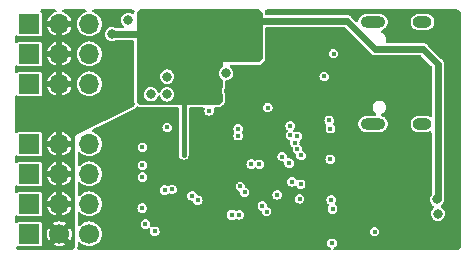
<source format=gbr>
%TF.GenerationSoftware,KiCad,Pcbnew,7.0.8*%
%TF.CreationDate,2023-10-14T12:30:27+02:00*%
%TF.ProjectId,RotorflightF7,526f746f-7266-46c6-9967-687446372e6b,rev?*%
%TF.SameCoordinates,Original*%
%TF.FileFunction,Copper,L2,Inr*%
%TF.FilePolarity,Positive*%
%FSLAX46Y46*%
G04 Gerber Fmt 4.6, Leading zero omitted, Abs format (unit mm)*
G04 Created by KiCad (PCBNEW 7.0.8) date 2023-10-14 12:30:27*
%MOMM*%
%LPD*%
G01*
G04 APERTURE LIST*
%TA.AperFunction,ComponentPad*%
%ADD10C,1.700000*%
%TD*%
%TA.AperFunction,ComponentPad*%
%ADD11O,1.700000X1.700000*%
%TD*%
%TA.AperFunction,ComponentPad*%
%ADD12R,1.700000X1.700000*%
%TD*%
%TA.AperFunction,ComponentPad*%
%ADD13O,2.100000X1.000000*%
%TD*%
%TA.AperFunction,ComponentPad*%
%ADD14O,1.600000X1.000000*%
%TD*%
%TA.AperFunction,ViaPad*%
%ADD15C,0.400000*%
%TD*%
%TA.AperFunction,ViaPad*%
%ADD16C,0.800000*%
%TD*%
%TA.AperFunction,Conductor*%
%ADD17C,0.600000*%
%TD*%
%TA.AperFunction,Conductor*%
%ADD18C,0.400000*%
%TD*%
G04 APERTURE END LIST*
D10*
%TO.N,Net-(J2-Pin_1)*%
%TO.C,J2*%
X105000000Y-57550000D03*
D11*
%TO.N,Net-(J2-Pin_2)*%
X105000000Y-55010000D03*
%TO.N,Net-(J2-Pin_3)*%
X105000000Y-52470000D03*
%TO.N,Net-(J2-Pin_4)*%
X105000000Y-49930000D03*
%TO.N,Net-(J2-Pin_5)*%
X105000000Y-44850000D03*
%TO.N,Net-(J2-Pin_6)*%
X105000000Y-42310000D03*
%TO.N,Net-(J2-Pin_7)*%
X105000000Y-39770000D03*
D10*
%TO.N,VBUS*%
X102460000Y-57550000D03*
D11*
X102460000Y-55010000D03*
X102460000Y-52470000D03*
X102460000Y-49930000D03*
X102460000Y-44850000D03*
X102460000Y-42310000D03*
X102460000Y-39770000D03*
D12*
%TO.N,GND*%
X99920000Y-57550000D03*
X99920000Y-55010000D03*
X99920000Y-52470000D03*
X99920000Y-49930000D03*
X99920000Y-44850000D03*
X99920000Y-42310000D03*
X99920000Y-39770000D03*
%TD*%
D13*
%TO.N,GND*%
%TO.C,J1*%
X129020000Y-48250000D03*
D14*
X133200000Y-48250000D03*
D13*
X129020000Y-39610000D03*
D14*
X133200000Y-39610000D03*
%TD*%
D15*
%TO.N,GND*%
X125674601Y-42280000D03*
X122790000Y-54580000D03*
D16*
X111590000Y-44230000D03*
X110190000Y-45730000D03*
X111590000Y-45730000D03*
D15*
X125290000Y-47930000D03*
D16*
X134490000Y-55830000D03*
D15*
X117690000Y-55930000D03*
X115140000Y-47130500D03*
X125542950Y-58329500D03*
X111990000Y-53780000D03*
D16*
X108290000Y-39430000D03*
D15*
X129145506Y-57351605D03*
D16*
X116580500Y-43947562D03*
D15*
X124876411Y-44216411D03*
X125460862Y-54660519D03*
X111590000Y-48530000D03*
D16*
%TO.N,+3V3*%
X120590000Y-41730000D03*
D15*
X123990000Y-55030000D03*
X116990000Y-52030000D03*
X116590000Y-45430000D03*
X119164500Y-46929500D03*
X133490000Y-45930000D03*
X114049385Y-49023357D03*
X111590000Y-47530000D03*
X116890000Y-54530000D03*
X125390000Y-46849500D03*
X117090000Y-55930000D03*
D16*
X122790000Y-41330000D03*
D15*
X127790000Y-50330000D03*
X125590000Y-55430000D03*
X125374920Y-48630923D03*
D16*
X121790000Y-41730000D03*
D15*
X127785619Y-48833662D03*
X123390000Y-42130000D03*
X129190000Y-58030000D03*
D16*
%TO.N,VBUS*%
X107590000Y-45130000D03*
X106990000Y-42130000D03*
X107390000Y-43530000D03*
X108390000Y-45930000D03*
D15*
%TO.N,+5V*%
X112990000Y-50854500D03*
D16*
X117090000Y-39530000D03*
X118890000Y-39530000D03*
X134439500Y-54630000D03*
D15*
X113690000Y-54330000D03*
D16*
X106890000Y-40630000D03*
X115690000Y-45030000D03*
D15*
%TO.N,/S1*%
X110540000Y-57304500D03*
%TO.N,/S2*%
X109738378Y-56705500D03*
%TO.N,/S3*%
X109467500Y-55352500D03*
X122140000Y-53129500D03*
X118140500Y-54015310D03*
%TO.N,/TAIL*%
X111390000Y-53830000D03*
%TO.N,/ESC*%
X109490000Y-52730000D03*
%TO.N,/RPM*%
X109490000Y-51730000D03*
X122000370Y-48401437D03*
X109490000Y-50205500D03*
%TO.N,/SBUS*%
X122016280Y-49212171D03*
%TO.N,Net-(U6-VCAP_1)*%
X122890000Y-53330000D03*
%TO.N,/MCU_D-*%
X119393200Y-51633200D03*
%TO.N,/MCU_D+*%
X118690000Y-51630000D03*
%TO.N,Net-(U6-BOOT0)*%
X117790000Y-53529500D03*
%TO.N,/BARO_SCL*%
X117590000Y-49230000D03*
%TO.N,/BARO_SDA*%
X117590000Y-48630000D03*
%TO.N,Net-(U6-NRST)*%
X120103957Y-46843957D03*
%TO.N,/UART4_TX*%
X121318851Y-50995094D03*
%TO.N,/UART4_RX*%
X121901444Y-51554604D03*
%TO.N,/LED_RD*%
X120007886Y-55652964D03*
%TO.N,/LED_GR*%
X119639500Y-55180000D03*
%TO.N,/BMI_NSS*%
X122612650Y-49273376D03*
%TO.N,/BMI_SCK*%
X122390000Y-49830000D03*
%TO.N,/BMI_MISO*%
X122918351Y-50902327D03*
%TO.N,/BMI_MOSI*%
X122612650Y-50386624D03*
%TO.N,/BMI_INT*%
X114169602Y-54689702D03*
X120892700Y-54237274D03*
X125390000Y-51230000D03*
%TD*%
D17*
%TO.N,+5V*%
X129146282Y-41873719D02*
X129187563Y-41915000D01*
D18*
X112990000Y-46230000D02*
X114190000Y-45030000D01*
D17*
X129187563Y-41915000D02*
X133275000Y-41915000D01*
X134494911Y-54574589D02*
X134439500Y-54630000D01*
D18*
X114190000Y-45030000D02*
X115690000Y-45030000D01*
D17*
X115990000Y-40630000D02*
X117090000Y-39530000D01*
X134494911Y-43134911D02*
X134494911Y-54574589D01*
D18*
X112990000Y-50854500D02*
X112990000Y-46230000D01*
D17*
X106890000Y-40630000D02*
X115990000Y-40630000D01*
X126802563Y-39530000D02*
X129146282Y-41873719D01*
X133275000Y-41915000D02*
X134290000Y-42930000D01*
X134290000Y-42930000D02*
X134494911Y-43134911D01*
X118890000Y-39530000D02*
X126802563Y-39530000D01*
%TD*%
%TA.AperFunction,Conductor*%
%TO.N,VBUS*%
G36*
X102160042Y-38550185D02*
G01*
X102205797Y-38602989D01*
X102215741Y-38672147D01*
X102186716Y-38735703D01*
X102128998Y-38773161D01*
X102056233Y-38795233D01*
X101873833Y-38892728D01*
X101873826Y-38892732D01*
X101713944Y-39023944D01*
X101582732Y-39183826D01*
X101582728Y-39183833D01*
X101485233Y-39366233D01*
X101438590Y-39520000D01*
X102026314Y-39520000D01*
X102000507Y-39560156D01*
X101960000Y-39698111D01*
X101960000Y-39841889D01*
X102000507Y-39979844D01*
X102026314Y-40020000D01*
X101438590Y-40020000D01*
X101485233Y-40173766D01*
X101582728Y-40356166D01*
X101582732Y-40356173D01*
X101713944Y-40516055D01*
X101873826Y-40647267D01*
X101873833Y-40647271D01*
X102056233Y-40744766D01*
X102210000Y-40791410D01*
X102210000Y-40205501D01*
X102317685Y-40254680D01*
X102424237Y-40270000D01*
X102495763Y-40270000D01*
X102602315Y-40254680D01*
X102710000Y-40205501D01*
X102710000Y-40791410D01*
X102863766Y-40744766D01*
X103046166Y-40647271D01*
X103046173Y-40647267D01*
X103206055Y-40516055D01*
X103337267Y-40356173D01*
X103337271Y-40356166D01*
X103434766Y-40173766D01*
X103481410Y-40020000D01*
X102893686Y-40020000D01*
X102919493Y-39979844D01*
X102960000Y-39841889D01*
X102960000Y-39698111D01*
X102919493Y-39560156D01*
X102893686Y-39520000D01*
X103481410Y-39520000D01*
X103434766Y-39366233D01*
X103337271Y-39183833D01*
X103337267Y-39183826D01*
X103206055Y-39023944D01*
X103046173Y-38892732D01*
X103046166Y-38892728D01*
X102863766Y-38795233D01*
X102791002Y-38773161D01*
X102732563Y-38734863D01*
X102704107Y-38671051D01*
X102714667Y-38601984D01*
X102760891Y-38549590D01*
X102826997Y-38530500D01*
X104631282Y-38530500D01*
X104698321Y-38550185D01*
X104744076Y-38602989D01*
X104754020Y-38672147D01*
X104724995Y-38735703D01*
X104667278Y-38773160D01*
X104596046Y-38794768D01*
X104596043Y-38794769D01*
X104502152Y-38844956D01*
X104413550Y-38892315D01*
X104413548Y-38892316D01*
X104413547Y-38892317D01*
X104253589Y-39023589D01*
X104122317Y-39183547D01*
X104122315Y-39183550D01*
X104122164Y-39183833D01*
X104024769Y-39366043D01*
X103964699Y-39564067D01*
X103944417Y-39770000D01*
X103964699Y-39975932D01*
X103964700Y-39975934D01*
X104024768Y-40173954D01*
X104122315Y-40356450D01*
X104122317Y-40356452D01*
X104253589Y-40516410D01*
X104350209Y-40595702D01*
X104413550Y-40647685D01*
X104596046Y-40745232D01*
X104794066Y-40805300D01*
X104794065Y-40805300D01*
X104812529Y-40807118D01*
X105000000Y-40825583D01*
X105205934Y-40805300D01*
X105403954Y-40745232D01*
X105586450Y-40647685D01*
X105746410Y-40516410D01*
X105877685Y-40356450D01*
X105975232Y-40173954D01*
X106035300Y-39975934D01*
X106055583Y-39770000D01*
X106035300Y-39564066D01*
X105975232Y-39366046D01*
X105877685Y-39183550D01*
X105746701Y-39023944D01*
X105746410Y-39023589D01*
X105606212Y-38908533D01*
X105586450Y-38892315D01*
X105403954Y-38794768D01*
X105332721Y-38773160D01*
X105274284Y-38734863D01*
X105245828Y-38671051D01*
X105256388Y-38601984D01*
X105302612Y-38549591D01*
X105368718Y-38530500D01*
X108639138Y-38530500D01*
X108706177Y-38550185D01*
X108726819Y-38566819D01*
X108784378Y-38624378D01*
X108817863Y-38685701D01*
X108813243Y-38750292D01*
X108814226Y-38750581D01*
X108812900Y-38755095D01*
X108812879Y-38755393D01*
X108812608Y-38756088D01*
X108792824Y-38823464D01*
X108792482Y-38825844D01*
X108792148Y-38826574D01*
X108791886Y-38827780D01*
X108791623Y-38827722D01*
X108763447Y-38889395D01*
X108704663Y-38927161D01*
X108634794Y-38927150D01*
X108599934Y-38909435D01*
X108599881Y-38909528D01*
X108598158Y-38908533D01*
X108594258Y-38906551D01*
X108592841Y-38905464D01*
X108446762Y-38844956D01*
X108446760Y-38844955D01*
X108290001Y-38824318D01*
X108289999Y-38824318D01*
X108133239Y-38844955D01*
X108133237Y-38844956D01*
X107987160Y-38905463D01*
X107861718Y-39001718D01*
X107765463Y-39127160D01*
X107704956Y-39273237D01*
X107704955Y-39273239D01*
X107684318Y-39429998D01*
X107684318Y-39430001D01*
X107704955Y-39586760D01*
X107704956Y-39586762D01*
X107765464Y-39732841D01*
X107861718Y-39858282D01*
X107925371Y-39907125D01*
X107966573Y-39963552D01*
X107970728Y-40033298D01*
X107936515Y-40094219D01*
X107874798Y-40126971D01*
X107849884Y-40129500D01*
X107266257Y-40129500D01*
X107199218Y-40109815D01*
X107193900Y-40106075D01*
X107192836Y-40105461D01*
X107046765Y-40044957D01*
X107046760Y-40044955D01*
X106890001Y-40024318D01*
X106889999Y-40024318D01*
X106733239Y-40044955D01*
X106733237Y-40044956D01*
X106587160Y-40105463D01*
X106461718Y-40201718D01*
X106365463Y-40327160D01*
X106304956Y-40473237D01*
X106304955Y-40473239D01*
X106284318Y-40629998D01*
X106284318Y-40630001D01*
X106304955Y-40786760D01*
X106304956Y-40786762D01*
X106365464Y-40932841D01*
X106461718Y-41058282D01*
X106587159Y-41154536D01*
X106733238Y-41215044D01*
X106811619Y-41225363D01*
X106889999Y-41235682D01*
X106890000Y-41235682D01*
X106890001Y-41235682D01*
X106942254Y-41228802D01*
X107046762Y-41215044D01*
X107192841Y-41154536D01*
X107192845Y-41154532D01*
X107199876Y-41150474D01*
X107200882Y-41152216D01*
X107255932Y-41130931D01*
X107266257Y-41130500D01*
X108660500Y-41130500D01*
X108727539Y-41150185D01*
X108773294Y-41202989D01*
X108784500Y-41254500D01*
X108784500Y-45886135D01*
X108784720Y-45892856D01*
X108785691Y-45907669D01*
X108786351Y-45914376D01*
X108786281Y-45913839D01*
X108786283Y-45946138D01*
X108786352Y-45945612D01*
X108785691Y-45952326D01*
X108784720Y-45967143D01*
X108784500Y-45973864D01*
X108784500Y-46284138D01*
X108785090Y-46295144D01*
X108785090Y-46295145D01*
X108788511Y-46326961D01*
X108788513Y-46326970D01*
X108805076Y-46379865D01*
X108812471Y-46403482D01*
X108812473Y-46403486D01*
X108812474Y-46403488D01*
X108839887Y-46453691D01*
X108854739Y-46521964D01*
X108836536Y-46578309D01*
X108740190Y-46734200D01*
X108690163Y-46779918D01*
X104058328Y-49095835D01*
X104058327Y-49095836D01*
X103790000Y-49230000D01*
X103790000Y-49529999D01*
X103790000Y-58578638D01*
X103770315Y-58645677D01*
X103753681Y-58666319D01*
X103526819Y-58893181D01*
X103465496Y-58926666D01*
X103439138Y-58929500D01*
X99040862Y-58929500D01*
X98973823Y-58909815D01*
X98953181Y-58893181D01*
X98847201Y-58787201D01*
X98813716Y-58725878D01*
X98818700Y-58656186D01*
X98860572Y-58600253D01*
X98926036Y-58575836D01*
X98982338Y-58584960D01*
X98991766Y-58588865D01*
X98991769Y-58588867D01*
X98991772Y-58588867D01*
X98991773Y-58588868D01*
X99050247Y-58600499D01*
X99050250Y-58600500D01*
X99050252Y-58600500D01*
X100789750Y-58600500D01*
X100789751Y-58600499D01*
X100804568Y-58597552D01*
X100848229Y-58588868D01*
X100848229Y-58588867D01*
X100848231Y-58588867D01*
X100914552Y-58544552D01*
X100958867Y-58478231D01*
X100958867Y-58478229D01*
X100958868Y-58478229D01*
X100970499Y-58419752D01*
X100970500Y-58419750D01*
X100970500Y-57550000D01*
X101404919Y-57550000D01*
X101425191Y-57755834D01*
X101485233Y-57953766D01*
X101560975Y-58095469D01*
X101560976Y-58095469D01*
X101976922Y-57679523D01*
X102000507Y-57759844D01*
X102078239Y-57880798D01*
X102186900Y-57974952D01*
X102317685Y-58034680D01*
X102327466Y-58036086D01*
X101914528Y-58449023D01*
X102056233Y-58524766D01*
X102254165Y-58584808D01*
X102460000Y-58605080D01*
X102665834Y-58584808D01*
X102863764Y-58524766D01*
X103005470Y-58449022D01*
X102592534Y-58036086D01*
X102602315Y-58034680D01*
X102733100Y-57974952D01*
X102841761Y-57880798D01*
X102919493Y-57759844D01*
X102943076Y-57679523D01*
X103359022Y-58095469D01*
X103434766Y-57953764D01*
X103494808Y-57755834D01*
X103515080Y-57550000D01*
X103494808Y-57344165D01*
X103434766Y-57146233D01*
X103359023Y-57004528D01*
X102943076Y-57420475D01*
X102919493Y-57340156D01*
X102841761Y-57219202D01*
X102733100Y-57125048D01*
X102602315Y-57065320D01*
X102592533Y-57063913D01*
X103005469Y-56650976D01*
X103005469Y-56650975D01*
X102863766Y-56575233D01*
X102665834Y-56515191D01*
X102460000Y-56494919D01*
X102254166Y-56515191D01*
X102056234Y-56575234D01*
X101914529Y-56650975D01*
X101914529Y-56650976D01*
X102327466Y-57063913D01*
X102317685Y-57065320D01*
X102186900Y-57125048D01*
X102078239Y-57219202D01*
X102000507Y-57340156D01*
X101976923Y-57420476D01*
X101560976Y-57004529D01*
X101560975Y-57004529D01*
X101485234Y-57146234D01*
X101425191Y-57344166D01*
X101404919Y-57550000D01*
X100970500Y-57550000D01*
X100970500Y-56680249D01*
X100970499Y-56680247D01*
X100958868Y-56621770D01*
X100958867Y-56621769D01*
X100914552Y-56555447D01*
X100848230Y-56511132D01*
X100848229Y-56511131D01*
X100789752Y-56499500D01*
X100789748Y-56499500D01*
X99050252Y-56499500D01*
X99050247Y-56499500D01*
X98991770Y-56511131D01*
X98991769Y-56511132D01*
X98925448Y-56555447D01*
X98917601Y-56567191D01*
X98863988Y-56611995D01*
X98794663Y-56620701D01*
X98731636Y-56590545D01*
X98694918Y-56531102D01*
X98690500Y-56498298D01*
X98690500Y-56061701D01*
X98710185Y-55994662D01*
X98762989Y-55948907D01*
X98832147Y-55938963D01*
X98895703Y-55967988D01*
X98917602Y-55992811D01*
X98925446Y-56004551D01*
X98991769Y-56048867D01*
X98991770Y-56048868D01*
X99050247Y-56060499D01*
X99050250Y-56060500D01*
X99050252Y-56060500D01*
X100789750Y-56060500D01*
X100789751Y-56060499D01*
X100804568Y-56057552D01*
X100848229Y-56048868D01*
X100848229Y-56048867D01*
X100848231Y-56048867D01*
X100914552Y-56004552D01*
X100958867Y-55938231D01*
X100958867Y-55938229D01*
X100958868Y-55938229D01*
X100968921Y-55887685D01*
X100970500Y-55879748D01*
X100970500Y-55260000D01*
X101438590Y-55260000D01*
X101485233Y-55413766D01*
X101582728Y-55596166D01*
X101582732Y-55596173D01*
X101713944Y-55756055D01*
X101873826Y-55887267D01*
X101873833Y-55887271D01*
X102056233Y-55984766D01*
X102210000Y-56031410D01*
X102210000Y-55445501D01*
X102317685Y-55494680D01*
X102424237Y-55510000D01*
X102495763Y-55510000D01*
X102602315Y-55494680D01*
X102710000Y-55445501D01*
X102710000Y-56031410D01*
X102863766Y-55984766D01*
X103046166Y-55887271D01*
X103046173Y-55887267D01*
X103206055Y-55756055D01*
X103337267Y-55596173D01*
X103337271Y-55596166D01*
X103434766Y-55413766D01*
X103481410Y-55260000D01*
X102893686Y-55260000D01*
X102919493Y-55219844D01*
X102960000Y-55081889D01*
X102960000Y-54938111D01*
X102919493Y-54800156D01*
X102893686Y-54760000D01*
X103481410Y-54760000D01*
X103434766Y-54606233D01*
X103337271Y-54423833D01*
X103337267Y-54423826D01*
X103206055Y-54263944D01*
X103046173Y-54132732D01*
X103046166Y-54132728D01*
X102863763Y-54035232D01*
X102710000Y-53988587D01*
X102710000Y-54574498D01*
X102602315Y-54525320D01*
X102495763Y-54510000D01*
X102424237Y-54510000D01*
X102317685Y-54525320D01*
X102210000Y-54574498D01*
X102210000Y-53988587D01*
X102056236Y-54035232D01*
X101873833Y-54132728D01*
X101873826Y-54132732D01*
X101713944Y-54263944D01*
X101582732Y-54423826D01*
X101582728Y-54423833D01*
X101485233Y-54606233D01*
X101438590Y-54760000D01*
X102026314Y-54760000D01*
X102000507Y-54800156D01*
X101960000Y-54938111D01*
X101960000Y-55081889D01*
X102000507Y-55219844D01*
X102026314Y-55260000D01*
X101438590Y-55260000D01*
X100970500Y-55260000D01*
X100970500Y-54140252D01*
X100970500Y-54140249D01*
X100970499Y-54140247D01*
X100958868Y-54081770D01*
X100958867Y-54081769D01*
X100914552Y-54015447D01*
X100848230Y-53971132D01*
X100848229Y-53971131D01*
X100789752Y-53959500D01*
X100789748Y-53959500D01*
X99050252Y-53959500D01*
X99050247Y-53959500D01*
X98991770Y-53971131D01*
X98991769Y-53971132D01*
X98925448Y-54015447D01*
X98917601Y-54027191D01*
X98863988Y-54071995D01*
X98794663Y-54080701D01*
X98731636Y-54050545D01*
X98694918Y-53991102D01*
X98690500Y-53958298D01*
X98690500Y-53521701D01*
X98710185Y-53454662D01*
X98762989Y-53408907D01*
X98832147Y-53398963D01*
X98895703Y-53427988D01*
X98917602Y-53452811D01*
X98925446Y-53464551D01*
X98991769Y-53508867D01*
X98991770Y-53508868D01*
X99050247Y-53520499D01*
X99050250Y-53520500D01*
X99050252Y-53520500D01*
X100789750Y-53520500D01*
X100789751Y-53520499D01*
X100804568Y-53517552D01*
X100848229Y-53508868D01*
X100848229Y-53508867D01*
X100848231Y-53508867D01*
X100914552Y-53464552D01*
X100958867Y-53398231D01*
X100958867Y-53398229D01*
X100958868Y-53398229D01*
X100968921Y-53347685D01*
X100970500Y-53339748D01*
X100970500Y-52720000D01*
X101438590Y-52720000D01*
X101485233Y-52873766D01*
X101582728Y-53056166D01*
X101582732Y-53056173D01*
X101713944Y-53216055D01*
X101873826Y-53347267D01*
X101873833Y-53347271D01*
X102056233Y-53444766D01*
X102210000Y-53491410D01*
X102210000Y-52905501D01*
X102317685Y-52954680D01*
X102424237Y-52970000D01*
X102495763Y-52970000D01*
X102602315Y-52954680D01*
X102710000Y-52905501D01*
X102710000Y-53491410D01*
X102863766Y-53444766D01*
X103046166Y-53347271D01*
X103046173Y-53347267D01*
X103206055Y-53216055D01*
X103337267Y-53056173D01*
X103337271Y-53056166D01*
X103434766Y-52873766D01*
X103481410Y-52720000D01*
X102893686Y-52720000D01*
X102919493Y-52679844D01*
X102960000Y-52541889D01*
X102960000Y-52398111D01*
X102919493Y-52260156D01*
X102893686Y-52220000D01*
X103481410Y-52220000D01*
X103434766Y-52066233D01*
X103337271Y-51883833D01*
X103337267Y-51883826D01*
X103206055Y-51723944D01*
X103046173Y-51592732D01*
X103046166Y-51592728D01*
X102863763Y-51495232D01*
X102710000Y-51448587D01*
X102710000Y-52034498D01*
X102602315Y-51985320D01*
X102495763Y-51970000D01*
X102424237Y-51970000D01*
X102317685Y-51985320D01*
X102210000Y-52034498D01*
X102210000Y-51448587D01*
X102056236Y-51495232D01*
X101873833Y-51592728D01*
X101873826Y-51592732D01*
X101713944Y-51723944D01*
X101582732Y-51883826D01*
X101582728Y-51883833D01*
X101485233Y-52066233D01*
X101438590Y-52220000D01*
X102026314Y-52220000D01*
X102000507Y-52260156D01*
X101960000Y-52398111D01*
X101960000Y-52541889D01*
X102000507Y-52679844D01*
X102026314Y-52720000D01*
X101438590Y-52720000D01*
X100970500Y-52720000D01*
X100970500Y-51600252D01*
X100970500Y-51600249D01*
X100970499Y-51600247D01*
X100958868Y-51541770D01*
X100958867Y-51541769D01*
X100914552Y-51475447D01*
X100848230Y-51431132D01*
X100848229Y-51431131D01*
X100789752Y-51419500D01*
X100789748Y-51419500D01*
X99050252Y-51419500D01*
X99050247Y-51419500D01*
X98991770Y-51431131D01*
X98991769Y-51431132D01*
X98925448Y-51475447D01*
X98917601Y-51487191D01*
X98863988Y-51531995D01*
X98794663Y-51540701D01*
X98731636Y-51510545D01*
X98694918Y-51451102D01*
X98690500Y-51418298D01*
X98690500Y-50981701D01*
X98710185Y-50914662D01*
X98762989Y-50868907D01*
X98832147Y-50858963D01*
X98895703Y-50887988D01*
X98917602Y-50912811D01*
X98925446Y-50924551D01*
X98991769Y-50968867D01*
X98991770Y-50968868D01*
X99050247Y-50980499D01*
X99050250Y-50980500D01*
X99050252Y-50980500D01*
X100789750Y-50980500D01*
X100789751Y-50980499D01*
X100804568Y-50977552D01*
X100848229Y-50968868D01*
X100848229Y-50968867D01*
X100848231Y-50968867D01*
X100914552Y-50924552D01*
X100958867Y-50858231D01*
X100958867Y-50858229D01*
X100958868Y-50858229D01*
X100968921Y-50807685D01*
X100970500Y-50799748D01*
X100970500Y-50180000D01*
X101438590Y-50180000D01*
X101485233Y-50333766D01*
X101582728Y-50516166D01*
X101582732Y-50516173D01*
X101713944Y-50676055D01*
X101873826Y-50807267D01*
X101873833Y-50807271D01*
X102056233Y-50904766D01*
X102210000Y-50951410D01*
X102210000Y-50365501D01*
X102317685Y-50414680D01*
X102424237Y-50430000D01*
X102495763Y-50430000D01*
X102602315Y-50414680D01*
X102710000Y-50365501D01*
X102710000Y-50951410D01*
X102863766Y-50904766D01*
X103046166Y-50807271D01*
X103046173Y-50807267D01*
X103206055Y-50676055D01*
X103337267Y-50516173D01*
X103337271Y-50516166D01*
X103434766Y-50333766D01*
X103481410Y-50180000D01*
X102893686Y-50180000D01*
X102919493Y-50139844D01*
X102960000Y-50001889D01*
X102960000Y-49858111D01*
X102919493Y-49720156D01*
X102893686Y-49680000D01*
X103481410Y-49680000D01*
X103434766Y-49526233D01*
X103337271Y-49343833D01*
X103337267Y-49343826D01*
X103206055Y-49183944D01*
X103046173Y-49052732D01*
X103046166Y-49052728D01*
X102863763Y-48955232D01*
X102710000Y-48908587D01*
X102710000Y-49494498D01*
X102602315Y-49445320D01*
X102495763Y-49430000D01*
X102424237Y-49430000D01*
X102317685Y-49445320D01*
X102210000Y-49494498D01*
X102210000Y-48908587D01*
X102056236Y-48955232D01*
X101873833Y-49052728D01*
X101873826Y-49052732D01*
X101713944Y-49183944D01*
X101582732Y-49343826D01*
X101582728Y-49343833D01*
X101485233Y-49526233D01*
X101438590Y-49680000D01*
X102026314Y-49680000D01*
X102000507Y-49720156D01*
X101960000Y-49858111D01*
X101960000Y-50001889D01*
X102000507Y-50139844D01*
X102026314Y-50180000D01*
X101438590Y-50180000D01*
X100970500Y-50180000D01*
X100970500Y-49060252D01*
X100970500Y-49060249D01*
X100970499Y-49060247D01*
X100958868Y-49001770D01*
X100958867Y-49001769D01*
X100914552Y-48935447D01*
X100848230Y-48891132D01*
X100848229Y-48891131D01*
X100789752Y-48879500D01*
X100789748Y-48879500D01*
X99050252Y-48879500D01*
X99050247Y-48879500D01*
X98991770Y-48891131D01*
X98991769Y-48891132D01*
X98925448Y-48935447D01*
X98917601Y-48947191D01*
X98863988Y-48991995D01*
X98794663Y-49000701D01*
X98731636Y-48970545D01*
X98694918Y-48911102D01*
X98690500Y-48878298D01*
X98690500Y-45901701D01*
X98710185Y-45834662D01*
X98762989Y-45788907D01*
X98832147Y-45778963D01*
X98895703Y-45807988D01*
X98917602Y-45832811D01*
X98925446Y-45844551D01*
X98991769Y-45888867D01*
X98991770Y-45888868D01*
X99050247Y-45900499D01*
X99050250Y-45900500D01*
X99050252Y-45900500D01*
X100789750Y-45900500D01*
X100789751Y-45900499D01*
X100804568Y-45897552D01*
X100848229Y-45888868D01*
X100848229Y-45888867D01*
X100848231Y-45888867D01*
X100914552Y-45844552D01*
X100958867Y-45778231D01*
X100958867Y-45778229D01*
X100958868Y-45778229D01*
X100968922Y-45727682D01*
X100970500Y-45719748D01*
X100970500Y-45100000D01*
X101438590Y-45100000D01*
X101485233Y-45253766D01*
X101582728Y-45436166D01*
X101582732Y-45436173D01*
X101713944Y-45596055D01*
X101873826Y-45727267D01*
X101873833Y-45727271D01*
X102056233Y-45824766D01*
X102210000Y-45871410D01*
X102210000Y-45285501D01*
X102317685Y-45334680D01*
X102424237Y-45350000D01*
X102495763Y-45350000D01*
X102602315Y-45334680D01*
X102710000Y-45285501D01*
X102710000Y-45871410D01*
X102863766Y-45824766D01*
X103046166Y-45727271D01*
X103046173Y-45727267D01*
X103206055Y-45596055D01*
X103337267Y-45436173D01*
X103337271Y-45436166D01*
X103434766Y-45253766D01*
X103481410Y-45100000D01*
X102893686Y-45100000D01*
X102919493Y-45059844D01*
X102960000Y-44921889D01*
X102960000Y-44850000D01*
X103944417Y-44850000D01*
X103964699Y-45055932D01*
X103964700Y-45055934D01*
X104024768Y-45253954D01*
X104122315Y-45436450D01*
X104122317Y-45436452D01*
X104253589Y-45596410D01*
X104322342Y-45652833D01*
X104413550Y-45727685D01*
X104596046Y-45825232D01*
X104794066Y-45885300D01*
X104794065Y-45885300D01*
X104812529Y-45887118D01*
X105000000Y-45905583D01*
X105205934Y-45885300D01*
X105403954Y-45825232D01*
X105586450Y-45727685D01*
X105746410Y-45596410D01*
X105877685Y-45436450D01*
X105975232Y-45253954D01*
X106035300Y-45055934D01*
X106055583Y-44850000D01*
X106035300Y-44644066D01*
X105975232Y-44446046D01*
X105877685Y-44263550D01*
X105825702Y-44200209D01*
X105746410Y-44103589D01*
X105596121Y-43980252D01*
X105586450Y-43972315D01*
X105403954Y-43874768D01*
X105205934Y-43814700D01*
X105205932Y-43814699D01*
X105205934Y-43814699D01*
X105000000Y-43794417D01*
X104794067Y-43814699D01*
X104596043Y-43874769D01*
X104510112Y-43920701D01*
X104413550Y-43972315D01*
X104413548Y-43972316D01*
X104413547Y-43972317D01*
X104253589Y-44103589D01*
X104122317Y-44263547D01*
X104122315Y-44263550D01*
X104122164Y-44263833D01*
X104024769Y-44446043D01*
X103964699Y-44644067D01*
X103944417Y-44850000D01*
X102960000Y-44850000D01*
X102960000Y-44778111D01*
X102919493Y-44640156D01*
X102893686Y-44600000D01*
X103481410Y-44600000D01*
X103434766Y-44446233D01*
X103337271Y-44263833D01*
X103337267Y-44263826D01*
X103206055Y-44103944D01*
X103046173Y-43972732D01*
X103046166Y-43972728D01*
X102863763Y-43875232D01*
X102710000Y-43828587D01*
X102710000Y-44414498D01*
X102602315Y-44365320D01*
X102495763Y-44350000D01*
X102424237Y-44350000D01*
X102317685Y-44365320D01*
X102210000Y-44414498D01*
X102210000Y-43828587D01*
X102056236Y-43875232D01*
X101873833Y-43972728D01*
X101873826Y-43972732D01*
X101713944Y-44103944D01*
X101582732Y-44263826D01*
X101582728Y-44263833D01*
X101485233Y-44446233D01*
X101438590Y-44600000D01*
X102026314Y-44600000D01*
X102000507Y-44640156D01*
X101960000Y-44778111D01*
X101960000Y-44921889D01*
X102000507Y-45059844D01*
X102026314Y-45100000D01*
X101438590Y-45100000D01*
X100970500Y-45100000D01*
X100970500Y-43980252D01*
X100970500Y-43980249D01*
X100970499Y-43980247D01*
X100958868Y-43921770D01*
X100958867Y-43921769D01*
X100914552Y-43855447D01*
X100848230Y-43811132D01*
X100848229Y-43811131D01*
X100789752Y-43799500D01*
X100789748Y-43799500D01*
X99050252Y-43799500D01*
X99050247Y-43799500D01*
X98991770Y-43811131D01*
X98991769Y-43811132D01*
X98925448Y-43855447D01*
X98917601Y-43867191D01*
X98863988Y-43911995D01*
X98794663Y-43920701D01*
X98731636Y-43890545D01*
X98694918Y-43831102D01*
X98690500Y-43798298D01*
X98690500Y-43361701D01*
X98710185Y-43294662D01*
X98762989Y-43248907D01*
X98832147Y-43238963D01*
X98895703Y-43267988D01*
X98917602Y-43292811D01*
X98925446Y-43304551D01*
X98991769Y-43348867D01*
X98991770Y-43348868D01*
X99050247Y-43360499D01*
X99050250Y-43360500D01*
X99050252Y-43360500D01*
X100789750Y-43360500D01*
X100789751Y-43360499D01*
X100804568Y-43357552D01*
X100848229Y-43348868D01*
X100848229Y-43348867D01*
X100848231Y-43348867D01*
X100914552Y-43304552D01*
X100958867Y-43238231D01*
X100958867Y-43238229D01*
X100958868Y-43238229D01*
X100968922Y-43187682D01*
X100970500Y-43179748D01*
X100970500Y-42560000D01*
X101438590Y-42560000D01*
X101485233Y-42713766D01*
X101582728Y-42896166D01*
X101582732Y-42896173D01*
X101713944Y-43056055D01*
X101873826Y-43187267D01*
X101873833Y-43187271D01*
X102056233Y-43284766D01*
X102210000Y-43331410D01*
X102210000Y-42745501D01*
X102317685Y-42794680D01*
X102424237Y-42810000D01*
X102495763Y-42810000D01*
X102602315Y-42794680D01*
X102710000Y-42745501D01*
X102710000Y-43331410D01*
X102863766Y-43284766D01*
X103046166Y-43187271D01*
X103046173Y-43187267D01*
X103206055Y-43056055D01*
X103337267Y-42896173D01*
X103337271Y-42896166D01*
X103434766Y-42713766D01*
X103481410Y-42560000D01*
X102893686Y-42560000D01*
X102919493Y-42519844D01*
X102960000Y-42381889D01*
X102960000Y-42310000D01*
X103944417Y-42310000D01*
X103964699Y-42515932D01*
X103964700Y-42515934D01*
X104024768Y-42713954D01*
X104122315Y-42896450D01*
X104131578Y-42907737D01*
X104253589Y-43056410D01*
X104350209Y-43135702D01*
X104413550Y-43187685D01*
X104596046Y-43285232D01*
X104794066Y-43345300D01*
X104794065Y-43345300D01*
X104812529Y-43347118D01*
X105000000Y-43365583D01*
X105205934Y-43345300D01*
X105403954Y-43285232D01*
X105586450Y-43187685D01*
X105746410Y-43056410D01*
X105877685Y-42896450D01*
X105975232Y-42713954D01*
X106035300Y-42515934D01*
X106055583Y-42310000D01*
X106035300Y-42104066D01*
X105975232Y-41906046D01*
X105877685Y-41723550D01*
X105746701Y-41563944D01*
X105746410Y-41563589D01*
X105596121Y-41440252D01*
X105586450Y-41432315D01*
X105403954Y-41334768D01*
X105205934Y-41274700D01*
X105205932Y-41274699D01*
X105205934Y-41274699D01*
X105000000Y-41254417D01*
X104794067Y-41274699D01*
X104596043Y-41334769D01*
X104510112Y-41380701D01*
X104413550Y-41432315D01*
X104413548Y-41432316D01*
X104413547Y-41432317D01*
X104253589Y-41563589D01*
X104122317Y-41723547D01*
X104122315Y-41723550D01*
X104122164Y-41723833D01*
X104024769Y-41906043D01*
X103964699Y-42104067D01*
X103944417Y-42310000D01*
X102960000Y-42310000D01*
X102960000Y-42238111D01*
X102919493Y-42100156D01*
X102893686Y-42060000D01*
X103481410Y-42060000D01*
X103434766Y-41906233D01*
X103337271Y-41723833D01*
X103337267Y-41723826D01*
X103206055Y-41563944D01*
X103046173Y-41432732D01*
X103046166Y-41432728D01*
X102863763Y-41335232D01*
X102710000Y-41288587D01*
X102710000Y-41874498D01*
X102602315Y-41825320D01*
X102495763Y-41810000D01*
X102424237Y-41810000D01*
X102317685Y-41825320D01*
X102210000Y-41874498D01*
X102210000Y-41288587D01*
X102056236Y-41335232D01*
X101873833Y-41432728D01*
X101873826Y-41432732D01*
X101713944Y-41563944D01*
X101582732Y-41723826D01*
X101582728Y-41723833D01*
X101485233Y-41906233D01*
X101438590Y-42060000D01*
X102026314Y-42060000D01*
X102000507Y-42100156D01*
X101960000Y-42238111D01*
X101960000Y-42381889D01*
X102000507Y-42519844D01*
X102026314Y-42560000D01*
X101438590Y-42560000D01*
X100970500Y-42560000D01*
X100970500Y-41440252D01*
X100970500Y-41440249D01*
X100970499Y-41440247D01*
X100958868Y-41381770D01*
X100958867Y-41381769D01*
X100914552Y-41315447D01*
X100848230Y-41271132D01*
X100848229Y-41271131D01*
X100789752Y-41259500D01*
X100789748Y-41259500D01*
X99050252Y-41259500D01*
X99050247Y-41259500D01*
X98991770Y-41271131D01*
X98991769Y-41271132D01*
X98925448Y-41315447D01*
X98917601Y-41327191D01*
X98863988Y-41371995D01*
X98794663Y-41380701D01*
X98731636Y-41350545D01*
X98694918Y-41291102D01*
X98690500Y-41258298D01*
X98690500Y-40821701D01*
X98710185Y-40754662D01*
X98762989Y-40708907D01*
X98832147Y-40698963D01*
X98895703Y-40727988D01*
X98917602Y-40752811D01*
X98925446Y-40764551D01*
X98991769Y-40808867D01*
X98991770Y-40808868D01*
X99050247Y-40820499D01*
X99050250Y-40820500D01*
X99050252Y-40820500D01*
X100789750Y-40820500D01*
X100789751Y-40820499D01*
X100804568Y-40817552D01*
X100848229Y-40808868D01*
X100848229Y-40808867D01*
X100848231Y-40808867D01*
X100914552Y-40764552D01*
X100958867Y-40698231D01*
X100958867Y-40698229D01*
X100958868Y-40698229D01*
X100968922Y-40647682D01*
X100970500Y-40639748D01*
X100970500Y-38900252D01*
X100970500Y-38900249D01*
X100970499Y-38900247D01*
X100958868Y-38841770D01*
X100958867Y-38841769D01*
X100914551Y-38775446D01*
X100887844Y-38757601D01*
X100843040Y-38703989D01*
X100834333Y-38634664D01*
X100864488Y-38571636D01*
X100923932Y-38534918D01*
X100956736Y-38530500D01*
X102093003Y-38530500D01*
X102160042Y-38550185D01*
G37*
%TD.AperFunction*%
%TD*%
%TA.AperFunction,Conductor*%
%TO.N,+3V3*%
G36*
X136206177Y-38550185D02*
G01*
X136226819Y-38566819D01*
X136453181Y-38793181D01*
X136486666Y-38854504D01*
X136489500Y-38880862D01*
X136489500Y-58579138D01*
X136469815Y-58646177D01*
X136453181Y-58666819D01*
X136226819Y-58893181D01*
X136165496Y-58926666D01*
X136139138Y-58929500D01*
X125764057Y-58929500D01*
X125697018Y-58909815D01*
X125651263Y-58857011D01*
X125641319Y-58787853D01*
X125670344Y-58724297D01*
X125707759Y-58695016D01*
X125781292Y-58657550D01*
X125871000Y-58567842D01*
X125928596Y-58454804D01*
X125928596Y-58454802D01*
X125928597Y-58454801D01*
X125928597Y-58454800D01*
X125948442Y-58329503D01*
X125948442Y-58329496D01*
X125928597Y-58204199D01*
X125928597Y-58204198D01*
X125923488Y-58194172D01*
X125871000Y-58091158D01*
X125870996Y-58091154D01*
X125870995Y-58091152D01*
X125781297Y-58001454D01*
X125781294Y-58001452D01*
X125781292Y-58001450D01*
X125668254Y-57943854D01*
X125668253Y-57943853D01*
X125668250Y-57943852D01*
X125542953Y-57924008D01*
X125542947Y-57924008D01*
X125417649Y-57943852D01*
X125417648Y-57943852D01*
X125342287Y-57982251D01*
X125304608Y-58001450D01*
X125304607Y-58001451D01*
X125304602Y-58001454D01*
X125214904Y-58091152D01*
X125214901Y-58091157D01*
X125157302Y-58204198D01*
X125157302Y-58204199D01*
X125137458Y-58329496D01*
X125137458Y-58329503D01*
X125157302Y-58454800D01*
X125157302Y-58454801D01*
X125157304Y-58454804D01*
X125214900Y-58567842D01*
X125214902Y-58567844D01*
X125214904Y-58567847D01*
X125304602Y-58657545D01*
X125304604Y-58657546D01*
X125304608Y-58657550D01*
X125378139Y-58695016D01*
X125428934Y-58742990D01*
X125445729Y-58810811D01*
X125423191Y-58876946D01*
X125368476Y-58920397D01*
X125321843Y-58929500D01*
X104140862Y-58929500D01*
X104073823Y-58909815D01*
X104053181Y-58893181D01*
X103995622Y-58835622D01*
X103962137Y-58774299D01*
X103966756Y-58709708D01*
X103965774Y-58709420D01*
X103967099Y-58704905D01*
X103967121Y-58704607D01*
X103967392Y-58703907D01*
X103967488Y-58703577D01*
X103967490Y-58703575D01*
X103987175Y-58636536D01*
X103995500Y-58578638D01*
X103995500Y-58328483D01*
X104015185Y-58261444D01*
X104067989Y-58215689D01*
X104137147Y-58205745D01*
X104200703Y-58234770D01*
X104215354Y-58249819D01*
X104253589Y-58296410D01*
X104293914Y-58329503D01*
X104413550Y-58427685D01*
X104596046Y-58525232D01*
X104794066Y-58585300D01*
X104794065Y-58585300D01*
X104812529Y-58587118D01*
X105000000Y-58605583D01*
X105205934Y-58585300D01*
X105403954Y-58525232D01*
X105586450Y-58427685D01*
X105746410Y-58296410D01*
X105877685Y-58136450D01*
X105975232Y-57953954D01*
X106035300Y-57755934D01*
X106055583Y-57550000D01*
X106035300Y-57344066D01*
X105975232Y-57146046D01*
X105877685Y-56963550D01*
X105816926Y-56889515D01*
X105746410Y-56803589D01*
X105626890Y-56705503D01*
X109332886Y-56705503D01*
X109352730Y-56830800D01*
X109352730Y-56830801D01*
X109356201Y-56837613D01*
X109410328Y-56943842D01*
X109410330Y-56943844D01*
X109410332Y-56943847D01*
X109500030Y-57033545D01*
X109500032Y-57033546D01*
X109500036Y-57033550D01*
X109613074Y-57091146D01*
X109613075Y-57091146D01*
X109613077Y-57091147D01*
X109738375Y-57110992D01*
X109738378Y-57110992D01*
X109738381Y-57110992D01*
X109863678Y-57091147D01*
X109863680Y-57091146D01*
X109863682Y-57091146D01*
X109976720Y-57033550D01*
X109976722Y-57033547D01*
X109979573Y-57032095D01*
X110048242Y-57019198D01*
X110112983Y-57045474D01*
X110153240Y-57102579D01*
X110156233Y-57172385D01*
X110154435Y-57178673D01*
X110134508Y-57304496D01*
X110134508Y-57304503D01*
X110154352Y-57429800D01*
X110154352Y-57429801D01*
X110154354Y-57429804D01*
X110211950Y-57542842D01*
X110211952Y-57542844D01*
X110211954Y-57542847D01*
X110301652Y-57632545D01*
X110301654Y-57632546D01*
X110301658Y-57632550D01*
X110414696Y-57690146D01*
X110414697Y-57690146D01*
X110414699Y-57690147D01*
X110539997Y-57709992D01*
X110540000Y-57709992D01*
X110540003Y-57709992D01*
X110665300Y-57690147D01*
X110665301Y-57690147D01*
X110665302Y-57690146D01*
X110665304Y-57690146D01*
X110778342Y-57632550D01*
X110868050Y-57542842D01*
X110925646Y-57429804D01*
X110925646Y-57429802D01*
X110925647Y-57429801D01*
X110925647Y-57429800D01*
X110938031Y-57351608D01*
X128740014Y-57351608D01*
X128759858Y-57476905D01*
X128759858Y-57476906D01*
X128760605Y-57478372D01*
X128817456Y-57589947D01*
X128817458Y-57589949D01*
X128817460Y-57589952D01*
X128907158Y-57679650D01*
X128907160Y-57679651D01*
X128907164Y-57679655D01*
X129020202Y-57737251D01*
X129020203Y-57737251D01*
X129020205Y-57737252D01*
X129145503Y-57757097D01*
X129145506Y-57757097D01*
X129145509Y-57757097D01*
X129270806Y-57737252D01*
X129270807Y-57737252D01*
X129270808Y-57737251D01*
X129270810Y-57737251D01*
X129383848Y-57679655D01*
X129473556Y-57589947D01*
X129531152Y-57476909D01*
X129531152Y-57476907D01*
X129531153Y-57476906D01*
X129531153Y-57476905D01*
X129550998Y-57351608D01*
X129550998Y-57351601D01*
X129531153Y-57226304D01*
X129531153Y-57226303D01*
X129507152Y-57179199D01*
X129473556Y-57113263D01*
X129473552Y-57113259D01*
X129473551Y-57113257D01*
X129383853Y-57023559D01*
X129383850Y-57023557D01*
X129383848Y-57023555D01*
X129270810Y-56965959D01*
X129270809Y-56965958D01*
X129270806Y-56965957D01*
X129145509Y-56946113D01*
X129145503Y-56946113D01*
X129020205Y-56965957D01*
X129020204Y-56965957D01*
X128944843Y-57004356D01*
X128907164Y-57023555D01*
X128907163Y-57023556D01*
X128907158Y-57023559D01*
X128817460Y-57113257D01*
X128817457Y-57113262D01*
X128759858Y-57226303D01*
X128759858Y-57226304D01*
X128740014Y-57351601D01*
X128740014Y-57351608D01*
X110938031Y-57351608D01*
X110945492Y-57304503D01*
X110945492Y-57304496D01*
X110925647Y-57179199D01*
X110925647Y-57179198D01*
X110925646Y-57179196D01*
X110868050Y-57066158D01*
X110868046Y-57066154D01*
X110868045Y-57066152D01*
X110778347Y-56976454D01*
X110778344Y-56976452D01*
X110778342Y-56976450D01*
X110665304Y-56918854D01*
X110665303Y-56918853D01*
X110665300Y-56918852D01*
X110540003Y-56899008D01*
X110539997Y-56899008D01*
X110414699Y-56918852D01*
X110414698Y-56918852D01*
X110361197Y-56946113D01*
X110301658Y-56976450D01*
X110301657Y-56976450D01*
X110298803Y-56977905D01*
X110230134Y-56990801D01*
X110165393Y-56964525D01*
X110125136Y-56907418D01*
X110122144Y-56837613D01*
X110123942Y-56831320D01*
X110124025Y-56830800D01*
X110140801Y-56724877D01*
X110143870Y-56705503D01*
X110143870Y-56705496D01*
X110124025Y-56580199D01*
X110124025Y-56580198D01*
X110112985Y-56558531D01*
X110066428Y-56467158D01*
X110066424Y-56467154D01*
X110066423Y-56467152D01*
X109976725Y-56377454D01*
X109976722Y-56377452D01*
X109976720Y-56377450D01*
X109863682Y-56319854D01*
X109863681Y-56319853D01*
X109863678Y-56319852D01*
X109738381Y-56300008D01*
X109738375Y-56300008D01*
X109613077Y-56319852D01*
X109613076Y-56319852D01*
X109545007Y-56354536D01*
X109500036Y-56377450D01*
X109500035Y-56377451D01*
X109500030Y-56377454D01*
X109410332Y-56467152D01*
X109410329Y-56467157D01*
X109352730Y-56580198D01*
X109352730Y-56580199D01*
X109332886Y-56705496D01*
X109332886Y-56705503D01*
X105626890Y-56705503D01*
X105586452Y-56672317D01*
X105586453Y-56672317D01*
X105586450Y-56672315D01*
X105403954Y-56574768D01*
X105205934Y-56514700D01*
X105205932Y-56514699D01*
X105205934Y-56514699D01*
X105000000Y-56494417D01*
X104794067Y-56514699D01*
X104596043Y-56574769D01*
X104485898Y-56633643D01*
X104413550Y-56672315D01*
X104413548Y-56672316D01*
X104413547Y-56672317D01*
X104253589Y-56803590D01*
X104215353Y-56850181D01*
X104157607Y-56889515D01*
X104087763Y-56891386D01*
X104027994Y-56855198D01*
X103997279Y-56792442D01*
X103995500Y-56771516D01*
X103995500Y-56130000D01*
X116690000Y-56130000D01*
X116890000Y-56330000D01*
X117290000Y-56330000D01*
X117328526Y-56291473D01*
X117389847Y-56257989D01*
X117459539Y-56262973D01*
X117472499Y-56268669D01*
X117564696Y-56315646D01*
X117564697Y-56315646D01*
X117564699Y-56315647D01*
X117689997Y-56335492D01*
X117690000Y-56335492D01*
X117690003Y-56335492D01*
X117815300Y-56315647D01*
X117815301Y-56315647D01*
X117815302Y-56315646D01*
X117815304Y-56315646D01*
X117928342Y-56258050D01*
X118018050Y-56168342D01*
X118075646Y-56055304D01*
X118075646Y-56055302D01*
X118075647Y-56055301D01*
X118075647Y-56055300D01*
X118095492Y-55930003D01*
X118095492Y-55929996D01*
X118075647Y-55804699D01*
X118075647Y-55804698D01*
X118062180Y-55778268D01*
X118018050Y-55691658D01*
X118018046Y-55691654D01*
X118018045Y-55691652D01*
X117928347Y-55601954D01*
X117928344Y-55601952D01*
X117928342Y-55601950D01*
X117815304Y-55544354D01*
X117815303Y-55544353D01*
X117815300Y-55544352D01*
X117690003Y-55524508D01*
X117689997Y-55524508D01*
X117564699Y-55544352D01*
X117564695Y-55544353D01*
X117472500Y-55591329D01*
X117403831Y-55604225D01*
X117339090Y-55577948D01*
X117328525Y-55568525D01*
X117290000Y-55530000D01*
X116890000Y-55530000D01*
X116889999Y-55530000D01*
X116690000Y-55729999D01*
X116690000Y-55730000D01*
X116690000Y-56130000D01*
X103995500Y-56130000D01*
X103995500Y-55788483D01*
X104015185Y-55721444D01*
X104067989Y-55675689D01*
X104137147Y-55665745D01*
X104200703Y-55694770D01*
X104215354Y-55709819D01*
X104253589Y-55756410D01*
X104343258Y-55829998D01*
X104413550Y-55887685D01*
X104596046Y-55985232D01*
X104794066Y-56045300D01*
X104794065Y-56045300D01*
X104812529Y-56047118D01*
X105000000Y-56065583D01*
X105205934Y-56045300D01*
X105403954Y-55985232D01*
X105586450Y-55887685D01*
X105746410Y-55756410D01*
X105877685Y-55596450D01*
X105975232Y-55413954D01*
X105993873Y-55352503D01*
X109062008Y-55352503D01*
X109081852Y-55477800D01*
X109081852Y-55477801D01*
X109083711Y-55481449D01*
X109139450Y-55590842D01*
X109139452Y-55590844D01*
X109139454Y-55590847D01*
X109229152Y-55680545D01*
X109229154Y-55680546D01*
X109229158Y-55680550D01*
X109342196Y-55738146D01*
X109342197Y-55738146D01*
X109342199Y-55738147D01*
X109467497Y-55757992D01*
X109467500Y-55757992D01*
X109467503Y-55757992D01*
X109592800Y-55738147D01*
X109592801Y-55738147D01*
X109592802Y-55738146D01*
X109592804Y-55738146D01*
X109705842Y-55680550D01*
X109795550Y-55590842D01*
X109853146Y-55477804D01*
X109853146Y-55477802D01*
X109853147Y-55477801D01*
X109853147Y-55477800D01*
X109872992Y-55352503D01*
X109872992Y-55352496D01*
X109853147Y-55227199D01*
X109853147Y-55227198D01*
X109830538Y-55182826D01*
X109829100Y-55180003D01*
X119234008Y-55180003D01*
X119253852Y-55305300D01*
X119253852Y-55305301D01*
X119255737Y-55309000D01*
X119311450Y-55418342D01*
X119311452Y-55418344D01*
X119311454Y-55418347D01*
X119401152Y-55508045D01*
X119401154Y-55508046D01*
X119401158Y-55508050D01*
X119514196Y-55565646D01*
X119514201Y-55565646D01*
X119520333Y-55567640D01*
X119578007Y-55607078D01*
X119604485Y-55666172D01*
X119622238Y-55778265D01*
X119635706Y-55804696D01*
X119679836Y-55891306D01*
X119679838Y-55891308D01*
X119679840Y-55891311D01*
X119769538Y-55981009D01*
X119769540Y-55981010D01*
X119769544Y-55981014D01*
X119882582Y-56038610D01*
X119882583Y-56038610D01*
X119882585Y-56038611D01*
X120007883Y-56058456D01*
X120007886Y-56058456D01*
X120007889Y-56058456D01*
X120133186Y-56038611D01*
X120133187Y-56038611D01*
X120133188Y-56038610D01*
X120133190Y-56038610D01*
X120246228Y-55981014D01*
X120335936Y-55891306D01*
X120393532Y-55778268D01*
X120393532Y-55778266D01*
X120393533Y-55778265D01*
X120393533Y-55778264D01*
X120413378Y-55652967D01*
X120413378Y-55652960D01*
X120393533Y-55527663D01*
X120393533Y-55527662D01*
X120383539Y-55508048D01*
X120335936Y-55414622D01*
X120335932Y-55414618D01*
X120335931Y-55414616D01*
X120246233Y-55324918D01*
X120246230Y-55324916D01*
X120246228Y-55324914D01*
X120133190Y-55267318D01*
X120133189Y-55267317D01*
X120133184Y-55267315D01*
X120127050Y-55265322D01*
X120069376Y-55225883D01*
X120042900Y-55166790D01*
X120025147Y-55054699D01*
X120025147Y-55054698D01*
X120022100Y-55048718D01*
X119967550Y-54941658D01*
X119967546Y-54941654D01*
X119967545Y-54941652D01*
X119877847Y-54851954D01*
X119877844Y-54851952D01*
X119877842Y-54851950D01*
X119764804Y-54794354D01*
X119764803Y-54794353D01*
X119764800Y-54794352D01*
X119639503Y-54774508D01*
X119639497Y-54774508D01*
X119514199Y-54794352D01*
X119514198Y-54794352D01*
X119467107Y-54818347D01*
X119401158Y-54851950D01*
X119401157Y-54851951D01*
X119401152Y-54851954D01*
X119311454Y-54941652D01*
X119311451Y-54941657D01*
X119311450Y-54941658D01*
X119299227Y-54965647D01*
X119253852Y-55054698D01*
X119253852Y-55054699D01*
X119234008Y-55179996D01*
X119234008Y-55180003D01*
X109829100Y-55180003D01*
X109795550Y-55114158D01*
X109795546Y-55114154D01*
X109795545Y-55114152D01*
X109705847Y-55024454D01*
X109705844Y-55024452D01*
X109705842Y-55024450D01*
X109592804Y-54966854D01*
X109592803Y-54966853D01*
X109592800Y-54966852D01*
X109467503Y-54947008D01*
X109467497Y-54947008D01*
X109342199Y-54966852D01*
X109342198Y-54966852D01*
X109266837Y-55005251D01*
X109229158Y-55024450D01*
X109229157Y-55024451D01*
X109229152Y-55024454D01*
X109139454Y-55114152D01*
X109139451Y-55114157D01*
X109139450Y-55114158D01*
X109121750Y-55148897D01*
X109081852Y-55227198D01*
X109081852Y-55227199D01*
X109062008Y-55352496D01*
X109062008Y-55352503D01*
X105993873Y-55352503D01*
X106035300Y-55215934D01*
X106055583Y-55010000D01*
X106035300Y-54804066D01*
X105975232Y-54606046D01*
X105877685Y-54423550D01*
X105811871Y-54343355D01*
X105800914Y-54330003D01*
X113284508Y-54330003D01*
X113304352Y-54455300D01*
X113304352Y-54455301D01*
X113314706Y-54475621D01*
X113361950Y-54568342D01*
X113361952Y-54568344D01*
X113361954Y-54568347D01*
X113451652Y-54658045D01*
X113451654Y-54658046D01*
X113451658Y-54658050D01*
X113564696Y-54715646D01*
X113686767Y-54734979D01*
X113749898Y-54764907D01*
X113777577Y-54807304D01*
X113779526Y-54806311D01*
X113783955Y-54815004D01*
X113783956Y-54815006D01*
X113841552Y-54928044D01*
X113841554Y-54928046D01*
X113841556Y-54928049D01*
X113931254Y-55017747D01*
X113931256Y-55017748D01*
X113931260Y-55017752D01*
X114044298Y-55075348D01*
X114044299Y-55075348D01*
X114044301Y-55075349D01*
X114169599Y-55095194D01*
X114169602Y-55095194D01*
X114169605Y-55095194D01*
X114294902Y-55075349D01*
X114294903Y-55075349D01*
X114294904Y-55075348D01*
X114294906Y-55075348D01*
X114407944Y-55017752D01*
X114497652Y-54928044D01*
X114555248Y-54815006D01*
X114555248Y-54815004D01*
X114555249Y-54815003D01*
X114555249Y-54815002D01*
X114575094Y-54689705D01*
X114575094Y-54689698D01*
X114555249Y-54564401D01*
X114555249Y-54564400D01*
X114550205Y-54554500D01*
X114497652Y-54451360D01*
X114497648Y-54451356D01*
X114497647Y-54451354D01*
X114407949Y-54361656D01*
X114407946Y-54361654D01*
X114407944Y-54361652D01*
X114294906Y-54304056D01*
X114294905Y-54304055D01*
X114294902Y-54304054D01*
X114172838Y-54284722D01*
X114109703Y-54254793D01*
X114082027Y-54212397D01*
X114080076Y-54213392D01*
X114075646Y-54204698D01*
X114075646Y-54204696D01*
X114018050Y-54091658D01*
X114018046Y-54091654D01*
X114018045Y-54091652D01*
X113928347Y-54001954D01*
X113928344Y-54001952D01*
X113928342Y-54001950D01*
X113815304Y-53944354D01*
X113815303Y-53944353D01*
X113815300Y-53944352D01*
X113690003Y-53924508D01*
X113689997Y-53924508D01*
X113564699Y-53944352D01*
X113564698Y-53944352D01*
X113496880Y-53978908D01*
X113451658Y-54001950D01*
X113451657Y-54001951D01*
X113451652Y-54001954D01*
X113361954Y-54091652D01*
X113361951Y-54091657D01*
X113361950Y-54091658D01*
X113351599Y-54111973D01*
X113304352Y-54204698D01*
X113304352Y-54204699D01*
X113284508Y-54329996D01*
X113284508Y-54330003D01*
X105800914Y-54330003D01*
X105746410Y-54263589D01*
X105596562Y-54140614D01*
X105586450Y-54132315D01*
X105403954Y-54034768D01*
X105205934Y-53974700D01*
X105205932Y-53974699D01*
X105205934Y-53974699D01*
X105000000Y-53954417D01*
X104794067Y-53974699D01*
X104596043Y-54034769D01*
X104489624Y-54091652D01*
X104413550Y-54132315D01*
X104413548Y-54132316D01*
X104413547Y-54132317D01*
X104253589Y-54263590D01*
X104215353Y-54310181D01*
X104157607Y-54349515D01*
X104087763Y-54351386D01*
X104027994Y-54315198D01*
X103997279Y-54252442D01*
X103995500Y-54231516D01*
X103995500Y-53830003D01*
X110984508Y-53830003D01*
X111004352Y-53955300D01*
X111004352Y-53955301D01*
X111009385Y-53965178D01*
X111061950Y-54068342D01*
X111061952Y-54068344D01*
X111061954Y-54068347D01*
X111151652Y-54158045D01*
X111151654Y-54158046D01*
X111151658Y-54158050D01*
X111264696Y-54215646D01*
X111264697Y-54215646D01*
X111264699Y-54215647D01*
X111389997Y-54235492D01*
X111390000Y-54235492D01*
X111390003Y-54235492D01*
X111515300Y-54215647D01*
X111515301Y-54215647D01*
X111515302Y-54215646D01*
X111515304Y-54215646D01*
X111628342Y-54158050D01*
X111639384Y-54147007D01*
X111700705Y-54113523D01*
X111770396Y-54118505D01*
X111783353Y-54124199D01*
X111864696Y-54165646D01*
X111864697Y-54165646D01*
X111864699Y-54165647D01*
X111989997Y-54185492D01*
X111990000Y-54185492D01*
X111990003Y-54185492D01*
X112115300Y-54165647D01*
X112115301Y-54165647D01*
X112115302Y-54165646D01*
X112115304Y-54165646D01*
X112228342Y-54108050D01*
X112318050Y-54018342D01*
X112375646Y-53905304D01*
X112375646Y-53905302D01*
X112375647Y-53905301D01*
X112375647Y-53905300D01*
X112395492Y-53780003D01*
X112395492Y-53779996D01*
X112375647Y-53654699D01*
X112375647Y-53654698D01*
X112375646Y-53654696D01*
X112318050Y-53541658D01*
X112318046Y-53541654D01*
X112318045Y-53541652D01*
X112305896Y-53529503D01*
X117384508Y-53529503D01*
X117404352Y-53654800D01*
X117404352Y-53654801D01*
X117420891Y-53687260D01*
X117461950Y-53767842D01*
X117461952Y-53767844D01*
X117461954Y-53767847D01*
X117551652Y-53857545D01*
X117551656Y-53857548D01*
X117551658Y-53857550D01*
X117664696Y-53915146D01*
X117664698Y-53915146D01*
X117667628Y-53916639D01*
X117718424Y-53964614D01*
X117733806Y-54007726D01*
X117754852Y-54140611D01*
X117763738Y-54158050D01*
X117812450Y-54253652D01*
X117812452Y-54253654D01*
X117812454Y-54253657D01*
X117902152Y-54343355D01*
X117902154Y-54343356D01*
X117902158Y-54343360D01*
X118015196Y-54400956D01*
X118015197Y-54400956D01*
X118015199Y-54400957D01*
X118140497Y-54420802D01*
X118140500Y-54420802D01*
X118140503Y-54420802D01*
X118265800Y-54400957D01*
X118265801Y-54400957D01*
X118265802Y-54400956D01*
X118265804Y-54400956D01*
X118378842Y-54343360D01*
X118468550Y-54253652D01*
X118476894Y-54237277D01*
X120487208Y-54237277D01*
X120507052Y-54362574D01*
X120507052Y-54362575D01*
X120525505Y-54398791D01*
X120564650Y-54475616D01*
X120564652Y-54475618D01*
X120564654Y-54475621D01*
X120654352Y-54565319D01*
X120654354Y-54565320D01*
X120654358Y-54565324D01*
X120767396Y-54622920D01*
X120767397Y-54622920D01*
X120767399Y-54622921D01*
X120892697Y-54642766D01*
X120892700Y-54642766D01*
X120892703Y-54642766D01*
X121018000Y-54622921D01*
X121018001Y-54622921D01*
X121018002Y-54622920D01*
X121018004Y-54622920D01*
X121102233Y-54580003D01*
X122384508Y-54580003D01*
X122404352Y-54705300D01*
X122404352Y-54705301D01*
X122419474Y-54734978D01*
X122461950Y-54818342D01*
X122461952Y-54818344D01*
X122461954Y-54818347D01*
X122551652Y-54908045D01*
X122551654Y-54908046D01*
X122551658Y-54908050D01*
X122664696Y-54965646D01*
X122664697Y-54965646D01*
X122664699Y-54965647D01*
X122789997Y-54985492D01*
X122790000Y-54985492D01*
X122790003Y-54985492D01*
X122915300Y-54965647D01*
X122915301Y-54965647D01*
X122915302Y-54965646D01*
X122915304Y-54965646D01*
X123028342Y-54908050D01*
X123118050Y-54818342D01*
X123175646Y-54705304D01*
X123175646Y-54705302D01*
X123175647Y-54705301D01*
X123175647Y-54705300D01*
X123182739Y-54660522D01*
X125055370Y-54660522D01*
X125075214Y-54785819D01*
X125075214Y-54785820D01*
X125091785Y-54818342D01*
X125132812Y-54898861D01*
X125132814Y-54898863D01*
X125132816Y-54898866D01*
X125222513Y-54988563D01*
X125222516Y-54988565D01*
X125222520Y-54988569D01*
X125222524Y-54988571D01*
X125226056Y-54991137D01*
X125229322Y-54995372D01*
X125229420Y-54995470D01*
X125229407Y-54995482D01*
X125268725Y-55046464D01*
X125274709Y-55116077D01*
X125242107Y-55177874D01*
X125240877Y-55179122D01*
X125190000Y-55230000D01*
X125190000Y-55630000D01*
X125390000Y-55830000D01*
X125790000Y-55830000D01*
X125990000Y-55630000D01*
X125990000Y-55230000D01*
X125808718Y-55048718D01*
X125775233Y-54987395D01*
X125780217Y-54917703D01*
X125785915Y-54904741D01*
X125788910Y-54898862D01*
X125788912Y-54898861D01*
X125846508Y-54785823D01*
X125846508Y-54785821D01*
X125846509Y-54785819D01*
X125866354Y-54660522D01*
X125866354Y-54660515D01*
X125846509Y-54535218D01*
X125846509Y-54535217D01*
X125846508Y-54535215D01*
X125788912Y-54422177D01*
X125788908Y-54422173D01*
X125788907Y-54422171D01*
X125699209Y-54332473D01*
X125699206Y-54332471D01*
X125699204Y-54332469D01*
X125586166Y-54274873D01*
X125586165Y-54274872D01*
X125586162Y-54274871D01*
X125460865Y-54255027D01*
X125460859Y-54255027D01*
X125335561Y-54274871D01*
X125335560Y-54274871D01*
X125278287Y-54304054D01*
X125222520Y-54332469D01*
X125222519Y-54332470D01*
X125222514Y-54332473D01*
X125132816Y-54422171D01*
X125132813Y-54422176D01*
X125132812Y-54422177D01*
X125116243Y-54454696D01*
X125075214Y-54535217D01*
X125075214Y-54535218D01*
X125055370Y-54660515D01*
X125055370Y-54660522D01*
X123182739Y-54660522D01*
X123195492Y-54580003D01*
X123195492Y-54579996D01*
X123175647Y-54454699D01*
X123175647Y-54454698D01*
X123159776Y-54423550D01*
X123118050Y-54341658D01*
X123118046Y-54341654D01*
X123118045Y-54341652D01*
X123028347Y-54251954D01*
X123028344Y-54251952D01*
X123028342Y-54251950D01*
X122915304Y-54194354D01*
X122915303Y-54194353D01*
X122915300Y-54194352D01*
X122790003Y-54174508D01*
X122789997Y-54174508D01*
X122664699Y-54194352D01*
X122664698Y-54194352D01*
X122595363Y-54229681D01*
X122551658Y-54251950D01*
X122551657Y-54251951D01*
X122551652Y-54251954D01*
X122461954Y-54341652D01*
X122461951Y-54341657D01*
X122461950Y-54341658D01*
X122451293Y-54362574D01*
X122404352Y-54454698D01*
X122404352Y-54454699D01*
X122384508Y-54579996D01*
X122384508Y-54580003D01*
X121102233Y-54580003D01*
X121131042Y-54565324D01*
X121220750Y-54475616D01*
X121278346Y-54362578D01*
X121278346Y-54362576D01*
X121278347Y-54362575D01*
X121278347Y-54362574D01*
X121298192Y-54237277D01*
X121298192Y-54237270D01*
X121278347Y-54111973D01*
X121278347Y-54111972D01*
X121257670Y-54071392D01*
X121220750Y-53998932D01*
X121220746Y-53998928D01*
X121220745Y-53998926D01*
X121131047Y-53909228D01*
X121131044Y-53909226D01*
X121131042Y-53909224D01*
X121018004Y-53851628D01*
X121018003Y-53851627D01*
X121018000Y-53851626D01*
X120892703Y-53831782D01*
X120892697Y-53831782D01*
X120767399Y-53851626D01*
X120767398Y-53851626D01*
X120692075Y-53890006D01*
X120654358Y-53909224D01*
X120654357Y-53909225D01*
X120654352Y-53909228D01*
X120564654Y-53998926D01*
X120564651Y-53998931D01*
X120564650Y-53998932D01*
X120554760Y-54018342D01*
X120507052Y-54111972D01*
X120507052Y-54111973D01*
X120487208Y-54237270D01*
X120487208Y-54237277D01*
X118476894Y-54237277D01*
X118526146Y-54140614D01*
X118526146Y-54140612D01*
X118526147Y-54140611D01*
X118526147Y-54140610D01*
X118545992Y-54015313D01*
X118545992Y-54015306D01*
X118526147Y-53890009D01*
X118526147Y-53890008D01*
X118526146Y-53890006D01*
X118468550Y-53776968D01*
X118468546Y-53776964D01*
X118468545Y-53776962D01*
X118378847Y-53687264D01*
X118378844Y-53687262D01*
X118378842Y-53687260D01*
X118265804Y-53629664D01*
X118265802Y-53629663D01*
X118262871Y-53628170D01*
X118212075Y-53580195D01*
X118196693Y-53537082D01*
X118175647Y-53404199D01*
X118175647Y-53404198D01*
X118157125Y-53367847D01*
X118118050Y-53291158D01*
X118118046Y-53291154D01*
X118118045Y-53291152D01*
X118028347Y-53201454D01*
X118028344Y-53201452D01*
X118028342Y-53201450D01*
X117915304Y-53143854D01*
X117915303Y-53143853D01*
X117915300Y-53143852D01*
X117824699Y-53129503D01*
X121734508Y-53129503D01*
X121754352Y-53254800D01*
X121754352Y-53254801D01*
X121754354Y-53254804D01*
X121811950Y-53367842D01*
X121811952Y-53367844D01*
X121811954Y-53367847D01*
X121901652Y-53457545D01*
X121901654Y-53457546D01*
X121901658Y-53457550D01*
X122014696Y-53515146D01*
X122014697Y-53515146D01*
X122014699Y-53515147D01*
X122139997Y-53534992D01*
X122140000Y-53534992D01*
X122140003Y-53534992D01*
X122265300Y-53515147D01*
X122265302Y-53515146D01*
X122265304Y-53515146D01*
X122368806Y-53462408D01*
X122437473Y-53449512D01*
X122502214Y-53475788D01*
X122535584Y-53516597D01*
X122561949Y-53568340D01*
X122561954Y-53568347D01*
X122651652Y-53658045D01*
X122651654Y-53658046D01*
X122651658Y-53658050D01*
X122764696Y-53715646D01*
X122764697Y-53715646D01*
X122764699Y-53715647D01*
X122889997Y-53735492D01*
X122890000Y-53735492D01*
X122890003Y-53735492D01*
X123015300Y-53715647D01*
X123015301Y-53715647D01*
X123015302Y-53715646D01*
X123015304Y-53715646D01*
X123128342Y-53658050D01*
X123218050Y-53568342D01*
X123275646Y-53455304D01*
X123275646Y-53455302D01*
X123275647Y-53455301D01*
X123275647Y-53455300D01*
X123295492Y-53330003D01*
X123295492Y-53329996D01*
X123275647Y-53204699D01*
X123275647Y-53204698D01*
X123244645Y-53143854D01*
X123218050Y-53091658D01*
X123218046Y-53091654D01*
X123218045Y-53091652D01*
X123128347Y-53001954D01*
X123128344Y-53001952D01*
X123128342Y-53001950D01*
X123015304Y-52944354D01*
X123015303Y-52944353D01*
X123015300Y-52944352D01*
X122890003Y-52924508D01*
X122889997Y-52924508D01*
X122764699Y-52944352D01*
X122764698Y-52944352D01*
X122661194Y-52997091D01*
X122592524Y-53009987D01*
X122527784Y-52983710D01*
X122494414Y-52942901D01*
X122468050Y-52891158D01*
X122468046Y-52891154D01*
X122468045Y-52891152D01*
X122378347Y-52801454D01*
X122378344Y-52801452D01*
X122378342Y-52801450D01*
X122265304Y-52743854D01*
X122265303Y-52743853D01*
X122265300Y-52743852D01*
X122140003Y-52724008D01*
X122139997Y-52724008D01*
X122014699Y-52743852D01*
X122014698Y-52743852D01*
X121948723Y-52777469D01*
X121901658Y-52801450D01*
X121901657Y-52801451D01*
X121901652Y-52801454D01*
X121811954Y-52891152D01*
X121811951Y-52891157D01*
X121754352Y-53004198D01*
X121754352Y-53004199D01*
X121734508Y-53129496D01*
X121734508Y-53129503D01*
X117824699Y-53129503D01*
X117790003Y-53124008D01*
X117789997Y-53124008D01*
X117664699Y-53143852D01*
X117664698Y-53143852D01*
X117602444Y-53175573D01*
X117551658Y-53201450D01*
X117551657Y-53201451D01*
X117551652Y-53201454D01*
X117461954Y-53291152D01*
X117461951Y-53291157D01*
X117461950Y-53291158D01*
X117448810Y-53316947D01*
X117404352Y-53404198D01*
X117404352Y-53404199D01*
X117384508Y-53529496D01*
X117384508Y-53529503D01*
X112305896Y-53529503D01*
X112228347Y-53451954D01*
X112228344Y-53451952D01*
X112228342Y-53451950D01*
X112115304Y-53394354D01*
X112115303Y-53394353D01*
X112115300Y-53394352D01*
X111990003Y-53374508D01*
X111989997Y-53374508D01*
X111864699Y-53394352D01*
X111864698Y-53394352D01*
X111789337Y-53432751D01*
X111751658Y-53451950D01*
X111751657Y-53451951D01*
X111751654Y-53451952D01*
X111740612Y-53462995D01*
X111679288Y-53496478D01*
X111609596Y-53491492D01*
X111596638Y-53485796D01*
X111541198Y-53457548D01*
X111515304Y-53444354D01*
X111515303Y-53444353D01*
X111515300Y-53444352D01*
X111390003Y-53424508D01*
X111389997Y-53424508D01*
X111264699Y-53444352D01*
X111264698Y-53444352D01*
X111189337Y-53482751D01*
X111151658Y-53501950D01*
X111151657Y-53501951D01*
X111151652Y-53501954D01*
X111061954Y-53591652D01*
X111061951Y-53591657D01*
X111004352Y-53704698D01*
X111004352Y-53704699D01*
X110984508Y-53829996D01*
X110984508Y-53830003D01*
X103995500Y-53830003D01*
X103995500Y-53248483D01*
X104015185Y-53181444D01*
X104067989Y-53135689D01*
X104137147Y-53125745D01*
X104200703Y-53154770D01*
X104215354Y-53169819D01*
X104253589Y-53216410D01*
X104344664Y-53291152D01*
X104413550Y-53347685D01*
X104596046Y-53445232D01*
X104794066Y-53505300D01*
X104794065Y-53505300D01*
X104812529Y-53507118D01*
X105000000Y-53525583D01*
X105205934Y-53505300D01*
X105403954Y-53445232D01*
X105586450Y-53347685D01*
X105746410Y-53216410D01*
X105877685Y-53056450D01*
X105975232Y-52873954D01*
X106018899Y-52730003D01*
X109084508Y-52730003D01*
X109104352Y-52855300D01*
X109104352Y-52855301D01*
X109122620Y-52891152D01*
X109161950Y-52968342D01*
X109161952Y-52968344D01*
X109161954Y-52968347D01*
X109251652Y-53058045D01*
X109251654Y-53058046D01*
X109251658Y-53058050D01*
X109364696Y-53115646D01*
X109364697Y-53115646D01*
X109364699Y-53115647D01*
X109489997Y-53135492D01*
X109490000Y-53135492D01*
X109490003Y-53135492D01*
X109615300Y-53115647D01*
X109615301Y-53115647D01*
X109615302Y-53115646D01*
X109615304Y-53115646D01*
X109728342Y-53058050D01*
X109818050Y-52968342D01*
X109875646Y-52855304D01*
X109875646Y-52855302D01*
X109875647Y-52855301D01*
X109875647Y-52855300D01*
X109895492Y-52730003D01*
X109895492Y-52729996D01*
X109875647Y-52604699D01*
X109875647Y-52604698D01*
X109869991Y-52593597D01*
X109818050Y-52491658D01*
X109818046Y-52491654D01*
X109818045Y-52491652D01*
X109728347Y-52401954D01*
X109728344Y-52401952D01*
X109728342Y-52401950D01*
X109615304Y-52344354D01*
X109615302Y-52344353D01*
X109607710Y-52340485D01*
X109556914Y-52292510D01*
X109540119Y-52224689D01*
X109562657Y-52158554D01*
X109607710Y-52119515D01*
X109615302Y-52115646D01*
X109615304Y-52115646D01*
X109728342Y-52058050D01*
X109818050Y-51968342D01*
X109875646Y-51855304D01*
X109875646Y-51855302D01*
X109875647Y-51855301D01*
X109875647Y-51855300D01*
X109895492Y-51730003D01*
X109895492Y-51729996D01*
X109879655Y-51630003D01*
X118284508Y-51630003D01*
X118304352Y-51755300D01*
X118304352Y-51755301D01*
X118322805Y-51791517D01*
X118361950Y-51868342D01*
X118361952Y-51868344D01*
X118361954Y-51868347D01*
X118451652Y-51958045D01*
X118451654Y-51958046D01*
X118451658Y-51958050D01*
X118564696Y-52015646D01*
X118564697Y-52015646D01*
X118564699Y-52015647D01*
X118689997Y-52035492D01*
X118690000Y-52035492D01*
X118690003Y-52035492D01*
X118815300Y-52015647D01*
X118815301Y-52015647D01*
X118815302Y-52015646D01*
X118815304Y-52015646D01*
X118928342Y-51958050D01*
X118952317Y-51934074D01*
X119013637Y-51900589D01*
X119083329Y-51905571D01*
X119127680Y-51934073D01*
X119154852Y-51961245D01*
X119154854Y-51961246D01*
X119154858Y-51961250D01*
X119267896Y-52018846D01*
X119267897Y-52018846D01*
X119267899Y-52018847D01*
X119393197Y-52038692D01*
X119393200Y-52038692D01*
X119393203Y-52038692D01*
X119518500Y-52018847D01*
X119518501Y-52018847D01*
X119518502Y-52018846D01*
X119518504Y-52018846D01*
X119631542Y-51961250D01*
X119721250Y-51871542D01*
X119778846Y-51758504D01*
X119778846Y-51758502D01*
X119778847Y-51758501D01*
X119778847Y-51758500D01*
X119798692Y-51633203D01*
X119798692Y-51633196D01*
X119778847Y-51507899D01*
X119778847Y-51507898D01*
X119777217Y-51504699D01*
X119721250Y-51394858D01*
X119721246Y-51394854D01*
X119721245Y-51394852D01*
X119631547Y-51305154D01*
X119631544Y-51305152D01*
X119631542Y-51305150D01*
X119518504Y-51247554D01*
X119518503Y-51247553D01*
X119518500Y-51247552D01*
X119393203Y-51227708D01*
X119393197Y-51227708D01*
X119267899Y-51247552D01*
X119267898Y-51247552D01*
X119192537Y-51285951D01*
X119154858Y-51305150D01*
X119154857Y-51305151D01*
X119154852Y-51305154D01*
X119130881Y-51329126D01*
X119069558Y-51362611D01*
X118999866Y-51357627D01*
X118955519Y-51329126D01*
X118928347Y-51301954D01*
X118928344Y-51301952D01*
X118928342Y-51301950D01*
X118815304Y-51244354D01*
X118815303Y-51244353D01*
X118815300Y-51244352D01*
X118690003Y-51224508D01*
X118689997Y-51224508D01*
X118564699Y-51244352D01*
X118564698Y-51244352D01*
X118489337Y-51282751D01*
X118451658Y-51301950D01*
X118451657Y-51301951D01*
X118451652Y-51301954D01*
X118361954Y-51391652D01*
X118361951Y-51391657D01*
X118361950Y-51391658D01*
X118356704Y-51401954D01*
X118304352Y-51504698D01*
X118304352Y-51504699D01*
X118284508Y-51629996D01*
X118284508Y-51630003D01*
X109879655Y-51630003D01*
X109875647Y-51604699D01*
X109875647Y-51604698D01*
X109875646Y-51604696D01*
X109818050Y-51491658D01*
X109818046Y-51491654D01*
X109818045Y-51491652D01*
X109728347Y-51401954D01*
X109728344Y-51401952D01*
X109728342Y-51401950D01*
X109615304Y-51344354D01*
X109615303Y-51344353D01*
X109615300Y-51344352D01*
X109490003Y-51324508D01*
X109489997Y-51324508D01*
X109364699Y-51344352D01*
X109364698Y-51344352D01*
X109293285Y-51380740D01*
X109251658Y-51401950D01*
X109251657Y-51401951D01*
X109251652Y-51401954D01*
X109161954Y-51491652D01*
X109161951Y-51491657D01*
X109161950Y-51491658D01*
X109153675Y-51507899D01*
X109104352Y-51604698D01*
X109104352Y-51604699D01*
X109084508Y-51729996D01*
X109084508Y-51730003D01*
X109104352Y-51855300D01*
X109104352Y-51855301D01*
X109118746Y-51883550D01*
X109161950Y-51968342D01*
X109161952Y-51968344D01*
X109161954Y-51968347D01*
X109251652Y-52058045D01*
X109251655Y-52058047D01*
X109251658Y-52058050D01*
X109304845Y-52085150D01*
X109372290Y-52119516D01*
X109423085Y-52167490D01*
X109439880Y-52235311D01*
X109417342Y-52301446D01*
X109372290Y-52340484D01*
X109251659Y-52401949D01*
X109251652Y-52401954D01*
X109161954Y-52491652D01*
X109161951Y-52491657D01*
X109104352Y-52604698D01*
X109104352Y-52604699D01*
X109084508Y-52729996D01*
X109084508Y-52730003D01*
X106018899Y-52730003D01*
X106035300Y-52675934D01*
X106055583Y-52470000D01*
X106035300Y-52264066D01*
X105975232Y-52066046D01*
X105877685Y-51883550D01*
X105803329Y-51792946D01*
X105746410Y-51723589D01*
X105586452Y-51592317D01*
X105586453Y-51592317D01*
X105586450Y-51592315D01*
X105403954Y-51494768D01*
X105205934Y-51434700D01*
X105205932Y-51434699D01*
X105205934Y-51434699D01*
X105000000Y-51414417D01*
X104794067Y-51434699D01*
X104618692Y-51487898D01*
X104606299Y-51491658D01*
X104596043Y-51494769D01*
X104557725Y-51515251D01*
X104413550Y-51592315D01*
X104413548Y-51592316D01*
X104413547Y-51592317D01*
X104253589Y-51723590D01*
X104215353Y-51770181D01*
X104157607Y-51809515D01*
X104087763Y-51811386D01*
X104027994Y-51775198D01*
X103997279Y-51712442D01*
X103995500Y-51691516D01*
X103995500Y-50708483D01*
X104015185Y-50641444D01*
X104067989Y-50595689D01*
X104137147Y-50585745D01*
X104200703Y-50614770D01*
X104215354Y-50629819D01*
X104253589Y-50676410D01*
X104300215Y-50714674D01*
X104413550Y-50807685D01*
X104596046Y-50905232D01*
X104794066Y-50965300D01*
X104794065Y-50965300D01*
X104812529Y-50967118D01*
X105000000Y-50985583D01*
X105205934Y-50965300D01*
X105403954Y-50905232D01*
X105586450Y-50807685D01*
X105746410Y-50676410D01*
X105877685Y-50516450D01*
X105975232Y-50333954D01*
X106014197Y-50205503D01*
X109084508Y-50205503D01*
X109104352Y-50330800D01*
X109104352Y-50330801D01*
X109104354Y-50330804D01*
X109161950Y-50443842D01*
X109161952Y-50443844D01*
X109161954Y-50443847D01*
X109251652Y-50533545D01*
X109251654Y-50533546D01*
X109251658Y-50533550D01*
X109364696Y-50591146D01*
X109364697Y-50591146D01*
X109364699Y-50591147D01*
X109489997Y-50610992D01*
X109490000Y-50610992D01*
X109490003Y-50610992D01*
X109615300Y-50591147D01*
X109615301Y-50591147D01*
X109615302Y-50591146D01*
X109615304Y-50591146D01*
X109728342Y-50533550D01*
X109818050Y-50443842D01*
X109875646Y-50330804D01*
X109875646Y-50330802D01*
X109875647Y-50330801D01*
X109875647Y-50330800D01*
X109895492Y-50205503D01*
X109895492Y-50205496D01*
X109875647Y-50080199D01*
X109875647Y-50080198D01*
X109869889Y-50068897D01*
X109818050Y-49967158D01*
X109818046Y-49967154D01*
X109818045Y-49967152D01*
X109728347Y-49877454D01*
X109728344Y-49877452D01*
X109728342Y-49877450D01*
X109615304Y-49819854D01*
X109615303Y-49819853D01*
X109615300Y-49819852D01*
X109490003Y-49800008D01*
X109489997Y-49800008D01*
X109364699Y-49819852D01*
X109364698Y-49819852D01*
X109289337Y-49858251D01*
X109251658Y-49877450D01*
X109251657Y-49877451D01*
X109251652Y-49877454D01*
X109161954Y-49967152D01*
X109161951Y-49967157D01*
X109104352Y-50080198D01*
X109104352Y-50080199D01*
X109084508Y-50205496D01*
X109084508Y-50205503D01*
X106014197Y-50205503D01*
X106035300Y-50135934D01*
X106055583Y-49930000D01*
X106035300Y-49724066D01*
X105975232Y-49526046D01*
X105877685Y-49343550D01*
X105825702Y-49280209D01*
X105746410Y-49183589D01*
X105586452Y-49052317D01*
X105586453Y-49052317D01*
X105586450Y-49052315D01*
X105403954Y-48954768D01*
X105325915Y-48931095D01*
X105267477Y-48892798D01*
X105239021Y-48828986D01*
X105249581Y-48759919D01*
X105295805Y-48707525D01*
X105306457Y-48701526D01*
X105649504Y-48530003D01*
X111184508Y-48530003D01*
X111204352Y-48655300D01*
X111204352Y-48655301D01*
X111204354Y-48655304D01*
X111261950Y-48768342D01*
X111261952Y-48768344D01*
X111261954Y-48768347D01*
X111351652Y-48858045D01*
X111351654Y-48858046D01*
X111351658Y-48858050D01*
X111464696Y-48915646D01*
X111464697Y-48915646D01*
X111464699Y-48915647D01*
X111589997Y-48935492D01*
X111590000Y-48935492D01*
X111590003Y-48935492D01*
X111715300Y-48915647D01*
X111715301Y-48915647D01*
X111715302Y-48915646D01*
X111715304Y-48915646D01*
X111828342Y-48858050D01*
X111918050Y-48768342D01*
X111975646Y-48655304D01*
X111975646Y-48655302D01*
X111975647Y-48655301D01*
X111975647Y-48655300D01*
X111995492Y-48530003D01*
X111995492Y-48529996D01*
X111975647Y-48404699D01*
X111975647Y-48404698D01*
X111969000Y-48391652D01*
X111918050Y-48291658D01*
X111918046Y-48291654D01*
X111918045Y-48291652D01*
X111828347Y-48201954D01*
X111828344Y-48201952D01*
X111828342Y-48201950D01*
X111715304Y-48144354D01*
X111715303Y-48144353D01*
X111715300Y-48144352D01*
X111590003Y-48124508D01*
X111589997Y-48124508D01*
X111464699Y-48144352D01*
X111464698Y-48144352D01*
X111417607Y-48168347D01*
X111351658Y-48201950D01*
X111351657Y-48201951D01*
X111351652Y-48201954D01*
X111261954Y-48291652D01*
X111261951Y-48291657D01*
X111261950Y-48291658D01*
X111256704Y-48301954D01*
X111204352Y-48404698D01*
X111204352Y-48404699D01*
X111184508Y-48529996D01*
X111184508Y-48530003D01*
X105649504Y-48530003D01*
X105926194Y-48391658D01*
X108782065Y-46963723D01*
X108788211Y-46959500D01*
X108828779Y-46931625D01*
X108828782Y-46931622D01*
X108828793Y-46931615D01*
X108878820Y-46885897D01*
X108914999Y-46842238D01*
X108947385Y-46789835D01*
X108999373Y-46743158D01*
X109068345Y-46731997D01*
X109130668Y-46758473D01*
X109145377Y-46770325D01*
X109145378Y-46770325D01*
X109145380Y-46770327D01*
X109152486Y-46774044D01*
X109216424Y-46807490D01*
X109283456Y-46827173D01*
X109283458Y-46827173D01*
X109283464Y-46827175D01*
X109341362Y-46835500D01*
X112465500Y-46835500D01*
X112532539Y-46855185D01*
X112578294Y-46907989D01*
X112589500Y-46959500D01*
X112589500Y-50813224D01*
X112587973Y-50832621D01*
X112584508Y-50854500D01*
X112589128Y-50883670D01*
X112589131Y-50883694D01*
X112604352Y-50979801D01*
X112612146Y-50995097D01*
X112661950Y-51092842D01*
X112661952Y-51092844D01*
X112661954Y-51092847D01*
X112751652Y-51182545D01*
X112751654Y-51182546D01*
X112751658Y-51182550D01*
X112864696Y-51240146D01*
X112864697Y-51240146D01*
X112864699Y-51240147D01*
X112989997Y-51259992D01*
X112990000Y-51259992D01*
X112990003Y-51259992D01*
X113115300Y-51240147D01*
X113115301Y-51240147D01*
X113115302Y-51240146D01*
X113115304Y-51240146D01*
X113228342Y-51182550D01*
X113318050Y-51092842D01*
X113367854Y-50995097D01*
X120913359Y-50995097D01*
X120933203Y-51120394D01*
X120933203Y-51120395D01*
X120950911Y-51155148D01*
X120990801Y-51233436D01*
X120990803Y-51233438D01*
X120990805Y-51233441D01*
X121080503Y-51323139D01*
X121080505Y-51323140D01*
X121080509Y-51323144D01*
X121193547Y-51380740D01*
X121193548Y-51380740D01*
X121193550Y-51380741D01*
X121318848Y-51400586D01*
X121318851Y-51400586D01*
X121318852Y-51400586D01*
X121330776Y-51398697D01*
X121356960Y-51394550D01*
X121426252Y-51403504D01*
X121479705Y-51448500D01*
X121500345Y-51515251D01*
X121498832Y-51536418D01*
X121495952Y-51554603D01*
X121495952Y-51554607D01*
X121515796Y-51679904D01*
X121515796Y-51679905D01*
X121523956Y-51695919D01*
X121573394Y-51792946D01*
X121573396Y-51792948D01*
X121573398Y-51792951D01*
X121663096Y-51882649D01*
X121663098Y-51882650D01*
X121663102Y-51882654D01*
X121776140Y-51940250D01*
X121776141Y-51940250D01*
X121776143Y-51940251D01*
X121901441Y-51960096D01*
X121901444Y-51960096D01*
X121901447Y-51960096D01*
X122026744Y-51940251D01*
X122026745Y-51940251D01*
X122026746Y-51940250D01*
X122026748Y-51940250D01*
X122139786Y-51882654D01*
X122229494Y-51792946D01*
X122287090Y-51679908D01*
X122287090Y-51679906D01*
X122287091Y-51679905D01*
X122287091Y-51679904D01*
X122306936Y-51554607D01*
X122306936Y-51554600D01*
X122287091Y-51429303D01*
X122287091Y-51429302D01*
X122284990Y-51425178D01*
X122229494Y-51316262D01*
X122229490Y-51316258D01*
X122229489Y-51316256D01*
X122139791Y-51226558D01*
X122139788Y-51226556D01*
X122139786Y-51226554D01*
X122026748Y-51168958D01*
X122026747Y-51168957D01*
X122026744Y-51168956D01*
X121901447Y-51149112D01*
X121901445Y-51149112D01*
X121901444Y-51149112D01*
X121887854Y-51151264D01*
X121863332Y-51155148D01*
X121794039Y-51146192D01*
X121740588Y-51101195D01*
X121719949Y-51034443D01*
X121721462Y-51013280D01*
X121724343Y-50995094D01*
X121724343Y-50995092D01*
X121724343Y-50995090D01*
X121704498Y-50869793D01*
X121704498Y-50869792D01*
X121696705Y-50854497D01*
X121646901Y-50756752D01*
X121646897Y-50756748D01*
X121646896Y-50756746D01*
X121557198Y-50667048D01*
X121557195Y-50667046D01*
X121557193Y-50667044D01*
X121444155Y-50609448D01*
X121444154Y-50609447D01*
X121444151Y-50609446D01*
X121318854Y-50589602D01*
X121318848Y-50589602D01*
X121193550Y-50609446D01*
X121193549Y-50609446D01*
X121125541Y-50644099D01*
X121080509Y-50667044D01*
X121080508Y-50667045D01*
X121080503Y-50667048D01*
X120990805Y-50756746D01*
X120990802Y-50756751D01*
X120990801Y-50756752D01*
X120980471Y-50777026D01*
X120933203Y-50869792D01*
X120933203Y-50869793D01*
X120913359Y-50995090D01*
X120913359Y-50995097D01*
X113367854Y-50995097D01*
X113375646Y-50979804D01*
X113375646Y-50979802D01*
X113375647Y-50979801D01*
X113391260Y-50881224D01*
X113391260Y-50881214D01*
X113395492Y-50854500D01*
X113392026Y-50832621D01*
X113390500Y-50813224D01*
X113390500Y-49230003D01*
X117184508Y-49230003D01*
X117204352Y-49355300D01*
X117204352Y-49355301D01*
X117222805Y-49391517D01*
X117261950Y-49468342D01*
X117261952Y-49468344D01*
X117261954Y-49468347D01*
X117351652Y-49558045D01*
X117351654Y-49558046D01*
X117351658Y-49558050D01*
X117464696Y-49615646D01*
X117464697Y-49615646D01*
X117464699Y-49615647D01*
X117589997Y-49635492D01*
X117590000Y-49635492D01*
X117590003Y-49635492D01*
X117715300Y-49615647D01*
X117715301Y-49615647D01*
X117715302Y-49615646D01*
X117715304Y-49615646D01*
X117828342Y-49558050D01*
X117918050Y-49468342D01*
X117975646Y-49355304D01*
X117975646Y-49355302D01*
X117975647Y-49355301D01*
X117975647Y-49355300D01*
X117995492Y-49230003D01*
X117995492Y-49229996D01*
X117975647Y-49104699D01*
X117975646Y-49104696D01*
X117966563Y-49086869D01*
X117918050Y-48991658D01*
X117918048Y-48991656D01*
X117915317Y-48986296D01*
X117902420Y-48917627D01*
X117915317Y-48873704D01*
X117918048Y-48868343D01*
X117918050Y-48868342D01*
X117975646Y-48755304D01*
X117975646Y-48755302D01*
X117975647Y-48755300D01*
X117995492Y-48630003D01*
X117995492Y-48629996D01*
X117975647Y-48504699D01*
X117975647Y-48504698D01*
X117973368Y-48500225D01*
X117923034Y-48401440D01*
X121594878Y-48401440D01*
X121614722Y-48526737D01*
X121614722Y-48526738D01*
X121616386Y-48530003D01*
X121672320Y-48639779D01*
X121672322Y-48639781D01*
X121672324Y-48639784D01*
X121759618Y-48727078D01*
X121793103Y-48788401D01*
X121788119Y-48858093D01*
X121759618Y-48902440D01*
X121688234Y-48973823D01*
X121688231Y-48973828D01*
X121688230Y-48973829D01*
X121681878Y-48986296D01*
X121630632Y-49086869D01*
X121630632Y-49086870D01*
X121610788Y-49212167D01*
X121610788Y-49212174D01*
X121630632Y-49337471D01*
X121630632Y-49337472D01*
X121633729Y-49343550D01*
X121688230Y-49450513D01*
X121688232Y-49450515D01*
X121688234Y-49450518D01*
X121777932Y-49540216D01*
X121777934Y-49540217D01*
X121777938Y-49540221D01*
X121890976Y-49597817D01*
X121890977Y-49597817D01*
X121890979Y-49597818D01*
X121895618Y-49598553D01*
X121958753Y-49628482D01*
X121995685Y-49687793D01*
X121998695Y-49740423D01*
X121984509Y-49829997D01*
X121984508Y-49830002D01*
X121984508Y-49830003D01*
X122004352Y-49955300D01*
X122004352Y-49955301D01*
X122004354Y-49955304D01*
X122061950Y-50068342D01*
X122061952Y-50068344D01*
X122061954Y-50068347D01*
X122151652Y-50158045D01*
X122151654Y-50158046D01*
X122151658Y-50158050D01*
X122156241Y-50160385D01*
X122207036Y-50208359D01*
X122223831Y-50276180D01*
X122222419Y-50290266D01*
X122207158Y-50386626D01*
X122207158Y-50386627D01*
X122227002Y-50511924D01*
X122227002Y-50511925D01*
X122236232Y-50530039D01*
X122284600Y-50624966D01*
X122284602Y-50624968D01*
X122284604Y-50624971D01*
X122374302Y-50714669D01*
X122374304Y-50714670D01*
X122374308Y-50714674D01*
X122449743Y-50753110D01*
X122500538Y-50801084D01*
X122517333Y-50868905D01*
X122515921Y-50882988D01*
X122512859Y-50902325D01*
X122512859Y-50902330D01*
X122532703Y-51027627D01*
X122532703Y-51027628D01*
X122532705Y-51027631D01*
X122590301Y-51140669D01*
X122590303Y-51140671D01*
X122590305Y-51140674D01*
X122680003Y-51230372D01*
X122680005Y-51230373D01*
X122680009Y-51230377D01*
X122793047Y-51287973D01*
X122793048Y-51287973D01*
X122793050Y-51287974D01*
X122918348Y-51307819D01*
X122918351Y-51307819D01*
X122918354Y-51307819D01*
X123043651Y-51287974D01*
X123043652Y-51287974D01*
X123043653Y-51287973D01*
X123043655Y-51287973D01*
X123156693Y-51230377D01*
X123157067Y-51230003D01*
X124984508Y-51230003D01*
X125004352Y-51355300D01*
X125004352Y-51355301D01*
X125008077Y-51362611D01*
X125061950Y-51468342D01*
X125061952Y-51468344D01*
X125061954Y-51468347D01*
X125151652Y-51558045D01*
X125151654Y-51558046D01*
X125151658Y-51558050D01*
X125264696Y-51615646D01*
X125264697Y-51615646D01*
X125264699Y-51615647D01*
X125389997Y-51635492D01*
X125390000Y-51635492D01*
X125390003Y-51635492D01*
X125515300Y-51615647D01*
X125515301Y-51615647D01*
X125515302Y-51615646D01*
X125515304Y-51615646D01*
X125628342Y-51558050D01*
X125718050Y-51468342D01*
X125775646Y-51355304D01*
X125775646Y-51355302D01*
X125775647Y-51355301D01*
X125775647Y-51355300D01*
X125795492Y-51230003D01*
X125795492Y-51229996D01*
X125775647Y-51104699D01*
X125775647Y-51104698D01*
X125773862Y-51101195D01*
X125718050Y-50991658D01*
X125718046Y-50991654D01*
X125718045Y-50991652D01*
X125628347Y-50901954D01*
X125628344Y-50901952D01*
X125628342Y-50901950D01*
X125515304Y-50844354D01*
X125515303Y-50844353D01*
X125515300Y-50844352D01*
X125390003Y-50824508D01*
X125389997Y-50824508D01*
X125264699Y-50844352D01*
X125264698Y-50844352D01*
X125192335Y-50881224D01*
X125151658Y-50901950D01*
X125151657Y-50901951D01*
X125151652Y-50901954D01*
X125061954Y-50991652D01*
X125061951Y-50991657D01*
X125061950Y-50991658D01*
X125060198Y-50995097D01*
X125004352Y-51104698D01*
X125004352Y-51104699D01*
X124984508Y-51229996D01*
X124984508Y-51230003D01*
X123157067Y-51230003D01*
X123246401Y-51140669D01*
X123303997Y-51027631D01*
X123303997Y-51027629D01*
X123303998Y-51027628D01*
X123303998Y-51027627D01*
X123323843Y-50902330D01*
X123323843Y-50902323D01*
X123303998Y-50777026D01*
X123303998Y-50777025D01*
X123272227Y-50714672D01*
X123246401Y-50663985D01*
X123246397Y-50663981D01*
X123246396Y-50663979D01*
X123156698Y-50574281D01*
X123156695Y-50574279D01*
X123156693Y-50574277D01*
X123081255Y-50535839D01*
X123030461Y-50487866D01*
X123013666Y-50420045D01*
X123015076Y-50405978D01*
X123018142Y-50386624D01*
X123009301Y-50330801D01*
X122998297Y-50261323D01*
X122998297Y-50261322D01*
X122979535Y-50224500D01*
X122940700Y-50148282D01*
X122940696Y-50148278D01*
X122940695Y-50148276D01*
X122850994Y-50058575D01*
X122846409Y-50056239D01*
X122795613Y-50008264D01*
X122778818Y-49940443D01*
X122780231Y-49926356D01*
X122795492Y-49830002D01*
X122795492Y-49829997D01*
X122780231Y-49733643D01*
X122789186Y-49664349D01*
X122834182Y-49610897D01*
X122846403Y-49603763D01*
X122850992Y-49601426D01*
X122940700Y-49511718D01*
X122998296Y-49398680D01*
X122998296Y-49398678D01*
X122998297Y-49398677D01*
X122998297Y-49398676D01*
X123018142Y-49273379D01*
X123018142Y-49273372D01*
X122998297Y-49148075D01*
X122998297Y-49148074D01*
X122998296Y-49148072D01*
X122940700Y-49035034D01*
X122940696Y-49035030D01*
X122940695Y-49035028D01*
X122850997Y-48945330D01*
X122850994Y-48945328D01*
X122850992Y-48945326D01*
X122737954Y-48887730D01*
X122737953Y-48887729D01*
X122737950Y-48887728D01*
X122612653Y-48867884D01*
X122612647Y-48867884D01*
X122487349Y-48887728D01*
X122487348Y-48887728D01*
X122415839Y-48924165D01*
X122347170Y-48937061D01*
X122282429Y-48910785D01*
X122271866Y-48901364D01*
X122257034Y-48886533D01*
X122223547Y-48825211D01*
X122228529Y-48755519D01*
X122257029Y-48711169D01*
X122328420Y-48639779D01*
X122386016Y-48526741D01*
X122386016Y-48526739D01*
X122386017Y-48526738D01*
X122386017Y-48526737D01*
X122405862Y-48401440D01*
X122405862Y-48401433D01*
X122386017Y-48276136D01*
X122386017Y-48276135D01*
X122376802Y-48258050D01*
X122328420Y-48163095D01*
X122328416Y-48163091D01*
X122328415Y-48163089D01*
X122238717Y-48073391D01*
X122238714Y-48073389D01*
X122238712Y-48073387D01*
X122125674Y-48015791D01*
X122125673Y-48015790D01*
X122125670Y-48015789D01*
X122000373Y-47995945D01*
X122000367Y-47995945D01*
X121875069Y-48015789D01*
X121875068Y-48015789D01*
X121799707Y-48054188D01*
X121762028Y-48073387D01*
X121762027Y-48073388D01*
X121762022Y-48073391D01*
X121672324Y-48163089D01*
X121672321Y-48163094D01*
X121614722Y-48276135D01*
X121614722Y-48276136D01*
X121594878Y-48401433D01*
X121594878Y-48401440D01*
X117923034Y-48401440D01*
X117918050Y-48391658D01*
X117918046Y-48391654D01*
X117918045Y-48391652D01*
X117828347Y-48301954D01*
X117828344Y-48301952D01*
X117828342Y-48301950D01*
X117715304Y-48244354D01*
X117715303Y-48244353D01*
X117715300Y-48244352D01*
X117590003Y-48224508D01*
X117589997Y-48224508D01*
X117464699Y-48244352D01*
X117464698Y-48244352D01*
X117389337Y-48282751D01*
X117351658Y-48301950D01*
X117351657Y-48301951D01*
X117351652Y-48301954D01*
X117261954Y-48391652D01*
X117261951Y-48391657D01*
X117261950Y-48391658D01*
X117242751Y-48429337D01*
X117204352Y-48504698D01*
X117204352Y-48504699D01*
X117184508Y-48629996D01*
X117184508Y-48630003D01*
X117204352Y-48755300D01*
X117204352Y-48755301D01*
X117216011Y-48778183D01*
X117256703Y-48858045D01*
X117264683Y-48873705D01*
X117277579Y-48942374D01*
X117264683Y-48986295D01*
X117204352Y-49104698D01*
X117204352Y-49104699D01*
X117184508Y-49229996D01*
X117184508Y-49230003D01*
X113390500Y-49230003D01*
X113390500Y-47930003D01*
X124884508Y-47930003D01*
X124904352Y-48055300D01*
X124904352Y-48055301D01*
X124904354Y-48055304D01*
X124961950Y-48168342D01*
X124961952Y-48168344D01*
X124961954Y-48168347D01*
X125019122Y-48225515D01*
X125052607Y-48286838D01*
X125047623Y-48356530D01*
X125019123Y-48400876D01*
X124990000Y-48429999D01*
X124990000Y-48430000D01*
X124990000Y-48830000D01*
X125190000Y-49030000D01*
X125590000Y-49030000D01*
X125790000Y-48830000D01*
X125790000Y-48430000D01*
X125695056Y-48335056D01*
X127769500Y-48335056D01*
X127783451Y-48391657D01*
X127810210Y-48500226D01*
X127889263Y-48650849D01*
X127893207Y-48655301D01*
X128002071Y-48778183D01*
X128092318Y-48840476D01*
X128142068Y-48874817D01*
X128142069Y-48874817D01*
X128142070Y-48874818D01*
X128176117Y-48887730D01*
X128290464Y-48931096D01*
X128301128Y-48935140D01*
X128377028Y-48944356D01*
X128427626Y-48950500D01*
X128427628Y-48950500D01*
X129612374Y-48950500D01*
X129654983Y-48945326D01*
X129738872Y-48935140D01*
X129897930Y-48874818D01*
X130037929Y-48778183D01*
X130150734Y-48650852D01*
X130229790Y-48500225D01*
X130270500Y-48335056D01*
X130270500Y-48164944D01*
X130229790Y-47999775D01*
X130227780Y-47995945D01*
X130150736Y-47849150D01*
X130111353Y-47804696D01*
X130037929Y-47721817D01*
X129988177Y-47687475D01*
X129897931Y-47625182D01*
X129778909Y-47580044D01*
X129723206Y-47537866D01*
X129699149Y-47472269D01*
X129714376Y-47404079D01*
X129764051Y-47354945D01*
X129775407Y-47349549D01*
X129840233Y-47322698D01*
X129960451Y-47230451D01*
X130052698Y-47110233D01*
X130110687Y-46970236D01*
X130130466Y-46820000D01*
X130110687Y-46669764D01*
X130052698Y-46529767D01*
X129960451Y-46409549D01*
X129840233Y-46317302D01*
X129840229Y-46317300D01*
X129746890Y-46278638D01*
X129700236Y-46259313D01*
X129686171Y-46257461D01*
X129587727Y-46244500D01*
X129587720Y-46244500D01*
X129512280Y-46244500D01*
X129512272Y-46244500D01*
X129399764Y-46259313D01*
X129399763Y-46259313D01*
X129259770Y-46317300D01*
X129259767Y-46317301D01*
X129259767Y-46317302D01*
X129139549Y-46409549D01*
X129057937Y-46515908D01*
X129047300Y-46529770D01*
X128989313Y-46669763D01*
X128989312Y-46669765D01*
X128969534Y-46819999D01*
X128969534Y-46820000D01*
X128989312Y-46970234D01*
X128989313Y-46970236D01*
X129047302Y-47110233D01*
X129139549Y-47230451D01*
X129259767Y-47322698D01*
X129259769Y-47322698D01*
X129265536Y-47327124D01*
X129306738Y-47383552D01*
X129310893Y-47453299D01*
X129276680Y-47514219D01*
X129214963Y-47546971D01*
X129190049Y-47549500D01*
X128427626Y-47549500D01*
X128301131Y-47564859D01*
X128301125Y-47564860D01*
X128142068Y-47625182D01*
X128002072Y-47721816D01*
X127889263Y-47849150D01*
X127810210Y-47999773D01*
X127779466Y-48124508D01*
X127769500Y-48164944D01*
X127769500Y-48335056D01*
X125695056Y-48335056D01*
X125651474Y-48291474D01*
X125617989Y-48230151D01*
X125622973Y-48160459D01*
X125628666Y-48147506D01*
X125675646Y-48055304D01*
X125675646Y-48055302D01*
X125675647Y-48055301D01*
X125675647Y-48055300D01*
X125695492Y-47930003D01*
X125695492Y-47929996D01*
X125675647Y-47804699D01*
X125675647Y-47804698D01*
X125675646Y-47804696D01*
X125618050Y-47691658D01*
X125618046Y-47691654D01*
X125618045Y-47691652D01*
X125528347Y-47601954D01*
X125528344Y-47601952D01*
X125528342Y-47601950D01*
X125415304Y-47544354D01*
X125415303Y-47544353D01*
X125415300Y-47544352D01*
X125290003Y-47524508D01*
X125289997Y-47524508D01*
X125164699Y-47544352D01*
X125164698Y-47544352D01*
X125094651Y-47580044D01*
X125051658Y-47601950D01*
X125051657Y-47601951D01*
X125051652Y-47601954D01*
X124961954Y-47691652D01*
X124961951Y-47691657D01*
X124904352Y-47804698D01*
X124904352Y-47804699D01*
X124884508Y-47929996D01*
X124884508Y-47930003D01*
X113390500Y-47930003D01*
X113390500Y-46959500D01*
X113410185Y-46892461D01*
X113462989Y-46846706D01*
X113514500Y-46835500D01*
X114638820Y-46835500D01*
X114705859Y-46855185D01*
X114751614Y-46907989D01*
X114761558Y-46977147D01*
X114756751Y-46997819D01*
X114754352Y-47005200D01*
X114734508Y-47130496D01*
X114734508Y-47130503D01*
X114754352Y-47255800D01*
X114754352Y-47255801D01*
X114754354Y-47255804D01*
X114811950Y-47368842D01*
X114811952Y-47368844D01*
X114811954Y-47368847D01*
X114901652Y-47458545D01*
X114901654Y-47458546D01*
X114901658Y-47458550D01*
X115014696Y-47516146D01*
X115014697Y-47516146D01*
X115014699Y-47516147D01*
X115139997Y-47535992D01*
X115140000Y-47535992D01*
X115140003Y-47535992D01*
X115265300Y-47516147D01*
X115265301Y-47516147D01*
X115265302Y-47516146D01*
X115265304Y-47516146D01*
X115378342Y-47458550D01*
X115468050Y-47368842D01*
X115525646Y-47255804D01*
X115525646Y-47255802D01*
X115525647Y-47255801D01*
X115525647Y-47255800D01*
X115545492Y-47130503D01*
X115545492Y-47130496D01*
X115525647Y-47005200D01*
X115523249Y-46997819D01*
X115521254Y-46927978D01*
X115557334Y-46868145D01*
X115606521Y-46843960D01*
X119698465Y-46843960D01*
X119718309Y-46969257D01*
X119718309Y-46969258D01*
X119722329Y-46977147D01*
X119775907Y-47082299D01*
X119775909Y-47082301D01*
X119775911Y-47082304D01*
X119865609Y-47172002D01*
X119865611Y-47172003D01*
X119865615Y-47172007D01*
X119978653Y-47229603D01*
X119978654Y-47229603D01*
X119978656Y-47229604D01*
X120103954Y-47249449D01*
X120103957Y-47249449D01*
X120103960Y-47249449D01*
X120229257Y-47229604D01*
X120229258Y-47229604D01*
X120229259Y-47229603D01*
X120229261Y-47229603D01*
X120342299Y-47172007D01*
X120432007Y-47082299D01*
X120489603Y-46969261D01*
X120489603Y-46969259D01*
X120489604Y-46969258D01*
X120489604Y-46969257D01*
X120509449Y-46843960D01*
X120509449Y-46843953D01*
X120489604Y-46718656D01*
X120489604Y-46718655D01*
X120464693Y-46669765D01*
X120432007Y-46605615D01*
X120432003Y-46605611D01*
X120432002Y-46605609D01*
X120342304Y-46515911D01*
X120342301Y-46515909D01*
X120342299Y-46515907D01*
X120229261Y-46458311D01*
X120229260Y-46458310D01*
X120229257Y-46458309D01*
X120103960Y-46438465D01*
X120103954Y-46438465D01*
X119978656Y-46458309D01*
X119978655Y-46458309D01*
X119903294Y-46496708D01*
X119865615Y-46515907D01*
X119865614Y-46515908D01*
X119865609Y-46515911D01*
X119775911Y-46605609D01*
X119775908Y-46605614D01*
X119718309Y-46718655D01*
X119718309Y-46718656D01*
X119698465Y-46843953D01*
X119698465Y-46843960D01*
X115606521Y-46843960D01*
X115620034Y-46837316D01*
X115641180Y-46835500D01*
X115944138Y-46835500D01*
X115944142Y-46835500D01*
X115955134Y-46834911D01*
X115955142Y-46834910D01*
X115955144Y-46834910D01*
X115955145Y-46834910D01*
X115964637Y-46833889D01*
X115986965Y-46831488D01*
X116063482Y-46807529D01*
X116124805Y-46774044D01*
X116171629Y-46738991D01*
X116280620Y-46630000D01*
X116290000Y-46630000D01*
X116290000Y-46620620D01*
X116402883Y-46507737D01*
X116410235Y-46499554D01*
X116410237Y-46499552D01*
X116410236Y-46499554D01*
X116430325Y-46474623D01*
X116467490Y-46403575D01*
X116487173Y-46336543D01*
X116487173Y-46336542D01*
X116487175Y-46336536D01*
X116495500Y-46278638D01*
X116495500Y-45744308D01*
X116495214Y-45734298D01*
X116483347Y-45671101D01*
X116461183Y-45608983D01*
X116461036Y-45606414D01*
X116411148Y-45508507D01*
X116399159Y-45471610D01*
X116395743Y-45450043D01*
X116395640Y-45449396D01*
X116395640Y-45410608D01*
X116399159Y-45388386D01*
X116411145Y-45351494D01*
X116435497Y-45303702D01*
X116436947Y-45301026D01*
X116439961Y-45295775D01*
X116439968Y-45295766D01*
X116467490Y-45237697D01*
X116487175Y-45170658D01*
X116495500Y-45112760D01*
X116495500Y-44673179D01*
X116515185Y-44606140D01*
X116567989Y-44560385D01*
X116603312Y-44550240D01*
X116737262Y-44532606D01*
X116883341Y-44472098D01*
X117008782Y-44375844D01*
X117105036Y-44250403D01*
X117119115Y-44216414D01*
X124470919Y-44216414D01*
X124490763Y-44341711D01*
X124490763Y-44341712D01*
X124490765Y-44341715D01*
X124548361Y-44454753D01*
X124548363Y-44454755D01*
X124548365Y-44454758D01*
X124638063Y-44544456D01*
X124638065Y-44544457D01*
X124638069Y-44544461D01*
X124751107Y-44602057D01*
X124751108Y-44602057D01*
X124751110Y-44602058D01*
X124876408Y-44621903D01*
X124876411Y-44621903D01*
X124876414Y-44621903D01*
X125001711Y-44602058D01*
X125001712Y-44602058D01*
X125001713Y-44602057D01*
X125001715Y-44602057D01*
X125114753Y-44544461D01*
X125204461Y-44454753D01*
X125262057Y-44341715D01*
X125262057Y-44341713D01*
X125262058Y-44341712D01*
X125262058Y-44341711D01*
X125281903Y-44216414D01*
X125281903Y-44216407D01*
X125262058Y-44091110D01*
X125262058Y-44091109D01*
X125251140Y-44069681D01*
X125204461Y-43978069D01*
X125204457Y-43978065D01*
X125204456Y-43978063D01*
X125114758Y-43888365D01*
X125114755Y-43888363D01*
X125114753Y-43888361D01*
X125001715Y-43830765D01*
X125001714Y-43830764D01*
X125001711Y-43830763D01*
X124876414Y-43810919D01*
X124876408Y-43810919D01*
X124751110Y-43830763D01*
X124751109Y-43830763D01*
X124696613Y-43858531D01*
X124638069Y-43888361D01*
X124638068Y-43888362D01*
X124638063Y-43888365D01*
X124548365Y-43978063D01*
X124548362Y-43978068D01*
X124490763Y-44091109D01*
X124490763Y-44091110D01*
X124470919Y-44216407D01*
X124470919Y-44216414D01*
X117119115Y-44216414D01*
X117165544Y-44104324D01*
X117182166Y-43978068D01*
X117186182Y-43947563D01*
X117186182Y-43947560D01*
X117165544Y-43790801D01*
X117165544Y-43790800D01*
X117105036Y-43644721D01*
X117008782Y-43519280D01*
X116928757Y-43457875D01*
X116887556Y-43401448D01*
X116883401Y-43331702D01*
X116917614Y-43270781D01*
X116979331Y-43238029D01*
X117004245Y-43235500D01*
X119344138Y-43235500D01*
X119344142Y-43235500D01*
X119355134Y-43234911D01*
X119355142Y-43234910D01*
X119355144Y-43234910D01*
X119355145Y-43234910D01*
X119364637Y-43233889D01*
X119386965Y-43231488D01*
X119463482Y-43207529D01*
X119524805Y-43174044D01*
X119571629Y-43138991D01*
X119680620Y-43030000D01*
X119690000Y-43030000D01*
X119690000Y-43020620D01*
X119802883Y-42907737D01*
X119810235Y-42899554D01*
X119810237Y-42899552D01*
X119810236Y-42899554D01*
X119830325Y-42874623D01*
X119834881Y-42865915D01*
X119867490Y-42803575D01*
X119887175Y-42736536D01*
X119895500Y-42678638D01*
X119895500Y-42280003D01*
X125269109Y-42280003D01*
X125288953Y-42405300D01*
X125288953Y-42405301D01*
X125295594Y-42418334D01*
X125346551Y-42518342D01*
X125346553Y-42518344D01*
X125346555Y-42518347D01*
X125436253Y-42608045D01*
X125436255Y-42608046D01*
X125436259Y-42608050D01*
X125549297Y-42665646D01*
X125549298Y-42665646D01*
X125549300Y-42665647D01*
X125674598Y-42685492D01*
X125674601Y-42685492D01*
X125674604Y-42685492D01*
X125799901Y-42665647D01*
X125799902Y-42665647D01*
X125799903Y-42665646D01*
X125799905Y-42665646D01*
X125912943Y-42608050D01*
X126002651Y-42518342D01*
X126060247Y-42405304D01*
X126060247Y-42405302D01*
X126060248Y-42405301D01*
X126060248Y-42405300D01*
X126080093Y-42280003D01*
X126080093Y-42279996D01*
X126060248Y-42154699D01*
X126060248Y-42154698D01*
X126035296Y-42105728D01*
X126002651Y-42041658D01*
X126002647Y-42041654D01*
X126002646Y-42041652D01*
X125912948Y-41951954D01*
X125912945Y-41951952D01*
X125912943Y-41951950D01*
X125799905Y-41894354D01*
X125799904Y-41894353D01*
X125799901Y-41894352D01*
X125674604Y-41874508D01*
X125674598Y-41874508D01*
X125549300Y-41894352D01*
X125549299Y-41894352D01*
X125473938Y-41932751D01*
X125436259Y-41951950D01*
X125436258Y-41951951D01*
X125436253Y-41951954D01*
X125346555Y-42041652D01*
X125346552Y-42041657D01*
X125288953Y-42154698D01*
X125288953Y-42154699D01*
X125269109Y-42279996D01*
X125269109Y-42280003D01*
X119895500Y-42280003D01*
X119895500Y-40154500D01*
X119915185Y-40087461D01*
X119967989Y-40041706D01*
X120019500Y-40030500D01*
X126543887Y-40030500D01*
X126610926Y-40050185D01*
X126631568Y-40066819D01*
X128786177Y-42221428D01*
X128802809Y-42242066D01*
X128805417Y-42246125D01*
X128805420Y-42246128D01*
X128844630Y-42280103D01*
X128847846Y-42283097D01*
X128858970Y-42294221D01*
X128858975Y-42294224D01*
X128858980Y-42294229D01*
X128871542Y-42303633D01*
X128874990Y-42306411D01*
X128905510Y-42332856D01*
X128914190Y-42340377D01*
X128918573Y-42342379D01*
X128941370Y-42355905D01*
X128945232Y-42358796D01*
X128993858Y-42376932D01*
X128997914Y-42378612D01*
X129020020Y-42388708D01*
X129045103Y-42400164D01*
X129045104Y-42400164D01*
X129045106Y-42400165D01*
X129049875Y-42400850D01*
X129075565Y-42407407D01*
X129080080Y-42409091D01*
X129131821Y-42412791D01*
X129136220Y-42413264D01*
X129151764Y-42415500D01*
X129167469Y-42415500D01*
X129171891Y-42415657D01*
X129223636Y-42419359D01*
X129228348Y-42418334D01*
X129254706Y-42415500D01*
X133016324Y-42415500D01*
X133083363Y-42435185D01*
X133104005Y-42451819D01*
X133958092Y-43305906D01*
X133991577Y-43367229D01*
X133994411Y-43393587D01*
X133994411Y-47508675D01*
X133974726Y-47575714D01*
X133921922Y-47621469D01*
X133852764Y-47631413D01*
X133826440Y-47624617D01*
X133668872Y-47564860D01*
X133668870Y-47564859D01*
X133668868Y-47564859D01*
X133542374Y-47549500D01*
X133542372Y-47549500D01*
X132857628Y-47549500D01*
X132857626Y-47549500D01*
X132731131Y-47564859D01*
X132731125Y-47564860D01*
X132572068Y-47625182D01*
X132432072Y-47721816D01*
X132319263Y-47849150D01*
X132240210Y-47999773D01*
X132209466Y-48124508D01*
X132199500Y-48164944D01*
X132199500Y-48335056D01*
X132213451Y-48391657D01*
X132240210Y-48500226D01*
X132319263Y-48650849D01*
X132323207Y-48655301D01*
X132432071Y-48778183D01*
X132522318Y-48840476D01*
X132572068Y-48874817D01*
X132572069Y-48874817D01*
X132572070Y-48874818D01*
X132606117Y-48887730D01*
X132720464Y-48931096D01*
X132731128Y-48935140D01*
X132807028Y-48944356D01*
X132857626Y-48950500D01*
X132857628Y-48950500D01*
X133542374Y-48950500D01*
X133584983Y-48945326D01*
X133668872Y-48935140D01*
X133826443Y-48875381D01*
X133896103Y-48870015D01*
X133957609Y-48903162D01*
X133991431Y-48964301D01*
X133994411Y-48991324D01*
X133994411Y-54181528D01*
X133974726Y-54248567D01*
X133968787Y-54257014D01*
X133914964Y-54327157D01*
X133854456Y-54473237D01*
X133854455Y-54473239D01*
X133833818Y-54629998D01*
X133833818Y-54630001D01*
X133854455Y-54786760D01*
X133854456Y-54786762D01*
X133908693Y-54917703D01*
X133914964Y-54932841D01*
X134011218Y-55058282D01*
X134132050Y-55150999D01*
X134173252Y-55207427D01*
X134177407Y-55277173D01*
X134143194Y-55338094D01*
X134132054Y-55347746D01*
X134061718Y-55401718D01*
X133965463Y-55527160D01*
X133904956Y-55673237D01*
X133904955Y-55673239D01*
X133884318Y-55829998D01*
X133884318Y-55830000D01*
X133904955Y-55986760D01*
X133904956Y-55986762D01*
X133965464Y-56132841D01*
X134061718Y-56258282D01*
X134187159Y-56354536D01*
X134333238Y-56415044D01*
X134411619Y-56425363D01*
X134489999Y-56435682D01*
X134490000Y-56435682D01*
X134490001Y-56435682D01*
X134542254Y-56428802D01*
X134646762Y-56415044D01*
X134792841Y-56354536D01*
X134918282Y-56258282D01*
X135014536Y-56132841D01*
X135075044Y-55986762D01*
X135095682Y-55830000D01*
X135088871Y-55778268D01*
X135075044Y-55673239D01*
X135075044Y-55673238D01*
X135014536Y-55527159D01*
X134918282Y-55401718D01*
X134797448Y-55308999D01*
X134756247Y-55252572D01*
X134752092Y-55182826D01*
X134786305Y-55121905D01*
X134797433Y-55112262D01*
X134867782Y-55058282D01*
X134964036Y-54932841D01*
X135024544Y-54786762D01*
X135045182Y-54630000D01*
X135042028Y-54606046D01*
X135024544Y-54473239D01*
X135024543Y-54473237D01*
X135004850Y-54425691D01*
X134995411Y-54378239D01*
X134995411Y-43202054D01*
X134998245Y-43175696D01*
X134999270Y-43170984D01*
X134995569Y-43119240D01*
X134995411Y-43114815D01*
X134995411Y-43099112D01*
X134993175Y-43083568D01*
X134992702Y-43079165D01*
X134989002Y-43027428D01*
X134987318Y-43022913D01*
X134980761Y-42997223D01*
X134980076Y-42992454D01*
X134958523Y-42945262D01*
X134956843Y-42941206D01*
X134938707Y-42892580D01*
X134935816Y-42888718D01*
X134922290Y-42865921D01*
X134920288Y-42861538D01*
X134912767Y-42852858D01*
X134886322Y-42822338D01*
X134883544Y-42818890D01*
X134874140Y-42806328D01*
X134874135Y-42806323D01*
X134874132Y-42806318D01*
X134863008Y-42795194D01*
X134860014Y-42791978D01*
X134826039Y-42752768D01*
X134826036Y-42752765D01*
X134821977Y-42750157D01*
X134801339Y-42733525D01*
X133676385Y-41608571D01*
X133659750Y-41587928D01*
X133657145Y-41583874D01*
X133657142Y-41583871D01*
X133636604Y-41566075D01*
X133617932Y-41549896D01*
X133614700Y-41546886D01*
X133603596Y-41535782D01*
X133603588Y-41535775D01*
X133591013Y-41526362D01*
X133587583Y-41523598D01*
X133548373Y-41489623D01*
X133548371Y-41489622D01*
X133548367Y-41489619D01*
X133543983Y-41487617D01*
X133521194Y-41474096D01*
X133518604Y-41472157D01*
X133517331Y-41471204D01*
X133517329Y-41471203D01*
X133468716Y-41453071D01*
X133464642Y-41451383D01*
X133417457Y-41429835D01*
X133417455Y-41429834D01*
X133412682Y-41429148D01*
X133387000Y-41422593D01*
X133382485Y-41420909D01*
X133330740Y-41417207D01*
X133326343Y-41416734D01*
X133310799Y-41414500D01*
X133295094Y-41414500D01*
X133290671Y-41414342D01*
X133273083Y-41413084D01*
X133238929Y-41410641D01*
X133238925Y-41410641D01*
X133234215Y-41411666D01*
X133207857Y-41414500D01*
X130203373Y-41414500D01*
X130136334Y-41394815D01*
X130090579Y-41342011D01*
X130080635Y-41272853D01*
X130088812Y-41243048D01*
X130098264Y-41220226D01*
X130110687Y-41190236D01*
X130130466Y-41040000D01*
X130110687Y-40889764D01*
X130052698Y-40749767D01*
X129960451Y-40629549D01*
X129840233Y-40537302D01*
X129840229Y-40537300D01*
X129775427Y-40510458D01*
X129721024Y-40466617D01*
X129698959Y-40400323D01*
X129716238Y-40332623D01*
X129767376Y-40285013D01*
X129778896Y-40279960D01*
X129897930Y-40234818D01*
X130037929Y-40138183D01*
X130150734Y-40010852D01*
X130229790Y-39860225D01*
X130270500Y-39695056D01*
X130270500Y-39695055D01*
X132199500Y-39695055D01*
X132240210Y-39860226D01*
X132319263Y-40010849D01*
X132341263Y-40035682D01*
X132432071Y-40138183D01*
X132522318Y-40200476D01*
X132572068Y-40234817D01*
X132572069Y-40234817D01*
X132572070Y-40234818D01*
X132731128Y-40295140D01*
X132807028Y-40304356D01*
X132857626Y-40310500D01*
X132857628Y-40310500D01*
X133542374Y-40310500D01*
X133584538Y-40305380D01*
X133668872Y-40295140D01*
X133827930Y-40234818D01*
X133967929Y-40138183D01*
X134080734Y-40010852D01*
X134159790Y-39860225D01*
X134200500Y-39695056D01*
X134200500Y-39524944D01*
X134159790Y-39359775D01*
X134136028Y-39314500D01*
X134080736Y-39209150D01*
X134040252Y-39163453D01*
X133967929Y-39081817D01*
X133895372Y-39031734D01*
X133827931Y-38985182D01*
X133668874Y-38924860D01*
X133668868Y-38924859D01*
X133542374Y-38909500D01*
X133542372Y-38909500D01*
X132857628Y-38909500D01*
X132857626Y-38909500D01*
X132731131Y-38924859D01*
X132731125Y-38924860D01*
X132572068Y-38985182D01*
X132453099Y-39067302D01*
X132432071Y-39081817D01*
X132425622Y-39089096D01*
X132319263Y-39209150D01*
X132240210Y-39359773D01*
X132199500Y-39524944D01*
X132199500Y-39695055D01*
X130270500Y-39695055D01*
X130270500Y-39524944D01*
X130229790Y-39359775D01*
X130206028Y-39314500D01*
X130150736Y-39209150D01*
X130110252Y-39163453D01*
X130037929Y-39081817D01*
X129965372Y-39031734D01*
X129897931Y-38985182D01*
X129738874Y-38924860D01*
X129738868Y-38924859D01*
X129612374Y-38909500D01*
X129612372Y-38909500D01*
X128427628Y-38909500D01*
X128427626Y-38909500D01*
X128301131Y-38924859D01*
X128301125Y-38924860D01*
X128142068Y-38985182D01*
X128023099Y-39067302D01*
X128002071Y-39081817D01*
X127995622Y-39089096D01*
X127889263Y-39209150D01*
X127810210Y-39359773D01*
X127769876Y-39523415D01*
X127734719Y-39583796D01*
X127672500Y-39615584D01*
X127602971Y-39608688D01*
X127561798Y-39581421D01*
X127203948Y-39223571D01*
X127187313Y-39202928D01*
X127184708Y-39198874D01*
X127184705Y-39198871D01*
X127151338Y-39169959D01*
X127145495Y-39164896D01*
X127142263Y-39161886D01*
X127131159Y-39150782D01*
X127131151Y-39150775D01*
X127118576Y-39141362D01*
X127115146Y-39138598D01*
X127075936Y-39104623D01*
X127075934Y-39104622D01*
X127075930Y-39104619D01*
X127071546Y-39102617D01*
X127048757Y-39089096D01*
X127044894Y-39086204D01*
X127044892Y-39086203D01*
X126996279Y-39068071D01*
X126992205Y-39066383D01*
X126945020Y-39044835D01*
X126945018Y-39044834D01*
X126940245Y-39044148D01*
X126914563Y-39037593D01*
X126910048Y-39035909D01*
X126858303Y-39032207D01*
X126853906Y-39031734D01*
X126838362Y-39029500D01*
X126822657Y-39029500D01*
X126818234Y-39029342D01*
X126800646Y-39028084D01*
X126766492Y-39025641D01*
X126766488Y-39025641D01*
X126761778Y-39026666D01*
X126735420Y-39029500D01*
X120019500Y-39029500D01*
X119952461Y-39009815D01*
X119906706Y-38957011D01*
X119895500Y-38905500D01*
X119895500Y-38875862D01*
X119894910Y-38864856D01*
X119894910Y-38864855D01*
X119891488Y-38833038D01*
X119891488Y-38833035D01*
X119867529Y-38756518D01*
X119867528Y-38756517D01*
X119865709Y-38750706D01*
X119867994Y-38749990D01*
X119861122Y-38691108D01*
X119891827Y-38628347D01*
X119895623Y-38624376D01*
X119953183Y-38566817D01*
X120014507Y-38533333D01*
X120040863Y-38530500D01*
X136139138Y-38530500D01*
X136206177Y-38550185D01*
G37*
%TD.AperFunction*%
%TD*%
%TA.AperFunction,Conductor*%
%TO.N,+5V*%
G36*
X119406177Y-38550185D02*
G01*
X119426819Y-38566819D01*
X119653681Y-38793681D01*
X119687166Y-38855004D01*
X119690000Y-38881362D01*
X119690000Y-42678638D01*
X119670315Y-42745677D01*
X119653681Y-42766319D01*
X119426319Y-42993681D01*
X119364996Y-43027166D01*
X119338638Y-43030000D01*
X116290000Y-43030000D01*
X116290000Y-43329999D01*
X116290000Y-43352406D01*
X116270315Y-43419445D01*
X116241487Y-43450782D01*
X116152218Y-43519280D01*
X116055963Y-43644722D01*
X115995456Y-43790799D01*
X115995455Y-43790801D01*
X115974818Y-43947560D01*
X115974818Y-43947563D01*
X115995455Y-44104322D01*
X115995456Y-44104324D01*
X116055964Y-44250403D01*
X116152218Y-44375844D01*
X116241486Y-44444342D01*
X116282689Y-44500769D01*
X116290000Y-44542717D01*
X116290000Y-45112760D01*
X116270315Y-45179799D01*
X116266321Y-45185642D01*
X116261951Y-45191657D01*
X116261950Y-45191658D01*
X116242751Y-45229337D01*
X116204352Y-45304698D01*
X116204352Y-45304699D01*
X116184508Y-45429996D01*
X116184508Y-45430003D01*
X116204352Y-45555300D01*
X116204352Y-45555301D01*
X116204354Y-45555304D01*
X116261950Y-45668342D01*
X116261952Y-45668344D01*
X116266318Y-45674354D01*
X116289798Y-45740160D01*
X116290000Y-45747239D01*
X116290000Y-46278638D01*
X116270315Y-46345677D01*
X116253681Y-46366319D01*
X116026319Y-46593681D01*
X115964996Y-46627166D01*
X115938638Y-46630000D01*
X109341362Y-46630000D01*
X109274323Y-46610315D01*
X109253681Y-46593681D01*
X109026319Y-46366319D01*
X108992834Y-46304996D01*
X108990000Y-46278638D01*
X108990000Y-45977226D01*
X108990531Y-45969124D01*
X108995682Y-45929999D01*
X108990531Y-45890875D01*
X108990000Y-45882773D01*
X108990000Y-45730001D01*
X109584318Y-45730001D01*
X109604955Y-45886760D01*
X109604956Y-45886762D01*
X109639071Y-45969124D01*
X109665464Y-46032841D01*
X109761718Y-46158282D01*
X109887159Y-46254536D01*
X110033238Y-46315044D01*
X110111619Y-46325363D01*
X110189999Y-46335682D01*
X110190000Y-46335682D01*
X110190001Y-46335682D01*
X110242254Y-46328802D01*
X110346762Y-46315044D01*
X110492841Y-46254536D01*
X110618282Y-46158282D01*
X110714536Y-46032841D01*
X110775044Y-45886762D01*
X110775044Y-45886761D01*
X110775439Y-45885808D01*
X110819280Y-45831404D01*
X110885574Y-45809339D01*
X110953273Y-45826618D01*
X111000884Y-45877755D01*
X111004561Y-45885808D01*
X111065462Y-46032838D01*
X111065463Y-46032839D01*
X111065464Y-46032841D01*
X111161718Y-46158282D01*
X111287159Y-46254536D01*
X111433238Y-46315044D01*
X111511619Y-46325363D01*
X111589999Y-46335682D01*
X111590000Y-46335682D01*
X111590001Y-46335682D01*
X111642254Y-46328802D01*
X111746762Y-46315044D01*
X111892841Y-46254536D01*
X112018282Y-46158282D01*
X112114536Y-46032841D01*
X112175044Y-45886762D01*
X112191989Y-45758050D01*
X112195682Y-45730001D01*
X112195682Y-45729998D01*
X112176230Y-45582244D01*
X112175044Y-45573238D01*
X112114536Y-45427159D01*
X112018282Y-45301718D01*
X111892841Y-45205464D01*
X111859510Y-45191658D01*
X111746762Y-45144956D01*
X111746760Y-45144955D01*
X111590001Y-45124318D01*
X111589999Y-45124318D01*
X111433239Y-45144955D01*
X111433237Y-45144956D01*
X111287160Y-45205463D01*
X111161718Y-45301718D01*
X111065463Y-45427160D01*
X111017650Y-45542590D01*
X111004957Y-45573237D01*
X111004561Y-45574192D01*
X110960720Y-45628595D01*
X110894426Y-45650660D01*
X110826727Y-45633381D01*
X110779116Y-45582244D01*
X110775439Y-45574192D01*
X110775044Y-45573238D01*
X110714536Y-45427159D01*
X110618282Y-45301718D01*
X110492841Y-45205464D01*
X110459510Y-45191658D01*
X110346762Y-45144956D01*
X110346760Y-45144955D01*
X110190001Y-45124318D01*
X110189999Y-45124318D01*
X110033239Y-45144955D01*
X110033237Y-45144956D01*
X109887160Y-45205463D01*
X109761718Y-45301718D01*
X109665463Y-45427160D01*
X109604956Y-45573237D01*
X109604955Y-45573239D01*
X109584318Y-45729998D01*
X109584318Y-45730001D01*
X108990000Y-45730001D01*
X108990000Y-44230001D01*
X110984318Y-44230001D01*
X111004955Y-44386760D01*
X111004956Y-44386762D01*
X111065366Y-44532606D01*
X111065464Y-44532841D01*
X111161718Y-44658282D01*
X111287159Y-44754536D01*
X111433238Y-44815044D01*
X111511619Y-44825363D01*
X111589999Y-44835682D01*
X111590000Y-44835682D01*
X111590001Y-44835682D01*
X111642254Y-44828802D01*
X111746762Y-44815044D01*
X111892841Y-44754536D01*
X112018282Y-44658282D01*
X112114536Y-44532841D01*
X112175044Y-44386762D01*
X112195682Y-44230000D01*
X112175044Y-44073238D01*
X112114536Y-43927159D01*
X112018282Y-43801718D01*
X111892841Y-43705464D01*
X111746762Y-43644956D01*
X111746760Y-43644955D01*
X111590001Y-43624318D01*
X111589999Y-43624318D01*
X111433239Y-43644955D01*
X111433237Y-43644956D01*
X111287160Y-43705463D01*
X111161718Y-43801718D01*
X111065463Y-43927160D01*
X111004956Y-44073237D01*
X111004955Y-44073239D01*
X110984318Y-44229998D01*
X110984318Y-44230001D01*
X108990000Y-44230001D01*
X108990000Y-38881362D01*
X109009685Y-38814323D01*
X109026319Y-38793681D01*
X109253181Y-38566819D01*
X109314504Y-38533334D01*
X109340862Y-38530500D01*
X119339138Y-38530500D01*
X119406177Y-38550185D01*
G37*
%TD.AperFunction*%
%TD*%
M02*

</source>
